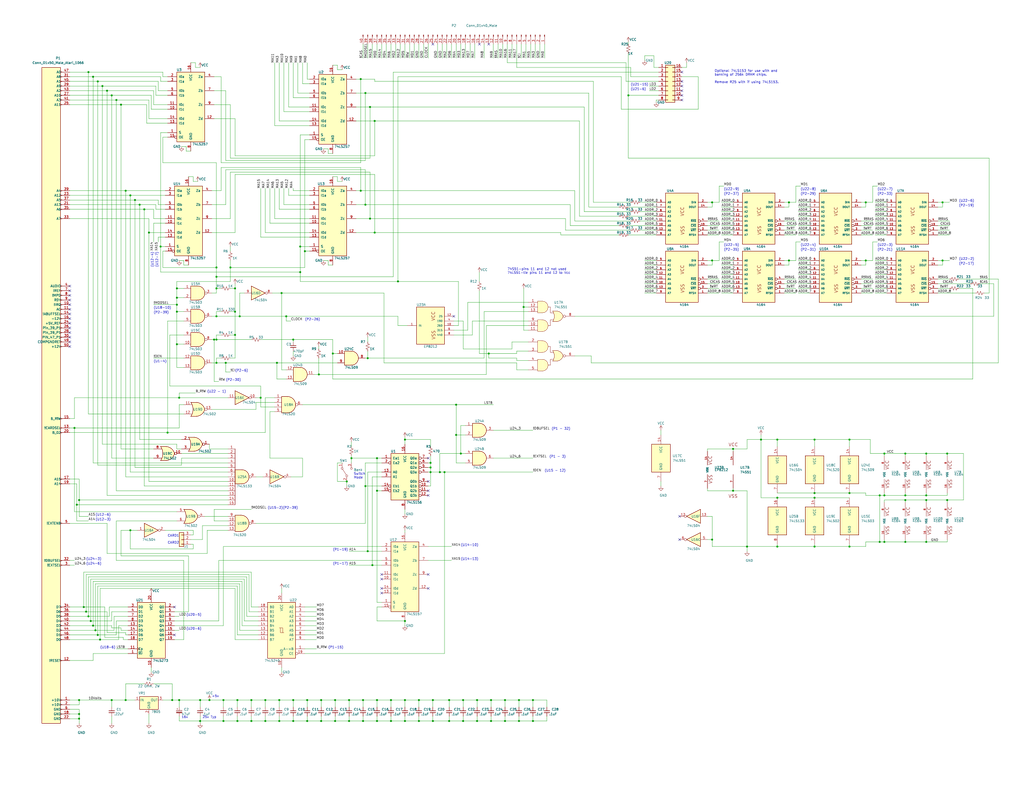
<source format=kicad_sch>
(kicad_sch (version 20230121) (generator eeschema)
  (paper "C")
  (title_block (title "1066") (date "2021-03-30") (rev "1.0") (company "Atari Museum"))
  (junction (at 205.74 267.97))
  (junction (at 424.18 240.03))
  (junction (at 182.88 382.27))
  (junction (at 118.11 185.42))
  (junction (at 245.11 393.7))
  (junction (at 129.54 393.7))
  (junction (at 267.97 382.27))
  (junction (at 96.52 166.37))
  (junction (at 472.44 110.49))
  (junction (at 516.89 273.05))
  (junction (at 275.59 382.27))
  (junction (at 285.75 167.64))
  (junction (at 201.93 58.42))
  (junction (at 128.27 170.18))
  (junction (at 220.98 240.03))
  (junction (at 190.5 382.27))
  (junction (at 494.03 247.65))
  (junction (at 494.03 295.91))
  (junction (at 444.5 298.45))
  (junction (at 482.6 295.91))
  (junction (at 116.84 185.42))
  (junction (at 114.3 382.27))
  (junction (at 494.03 273.05))
  (junction (at 153.67 160.02))
  (junction (at 45.72 331.47))
  (junction (at 204.47 127))
  (junction (at 109.22 382.27))
  (junction (at 415.29 240.03))
  (junction (at 123.19 198.12))
  (junction (at 160.02 393.7))
  (junction (at 234.95 252.73))
  (junction (at 48.26 39.37))
  (junction (at 96.52 157.48))
  (junction (at 505.46 273.05))
  (junction (at 43.18 392.43))
  (junction (at 205.74 393.7))
  (junction (at 494.03 270.51))
  (junction (at 118.11 172.72))
  (junction (at 199.39 50.8))
  (junction (at 199.39 111.76))
  (junction (at 87.63 134.62))
  (junction (at 118.11 157.48))
  (junction (at 71.12 289.56))
  (junction (at 68.58 104.14))
  (junction (at 199.39 265.43))
  (junction (at 53.34 346.71))
  (junction (at 472.44 142.24))
  (junction (at 388.62 294.64))
  (junction (at 166.37 137.16))
  (junction (at 400.05 267.97))
  (junction (at 430.53 110.49))
  (junction (at 290.83 382.27))
  (junction (at 252.73 382.27))
  (junction (at 424.18 298.45))
  (junction (at 50.8 41.91))
  (junction (at 388.62 142.24))
  (junction (at 234.95 257.81))
  (junction (at 128.27 157.48))
  (junction (at 236.22 382.27))
  (junction (at 388.62 110.49))
  (junction (at 144.78 382.27))
  (junction (at 144.78 393.7))
  (junction (at 228.6 393.7))
  (junction (at 505.46 270.51))
  (junction (at 240.03 257.81))
  (junction (at 43.18 273.05))
  (junction (at 109.22 393.7))
  (junction (at 73.66 109.22))
  (junction (at 167.64 393.7))
  (junction (at 173.99 204.47))
  (junction (at 43.18 389.89))
  (junction (at 128.27 182.88))
  (junction (at 96.52 162.56))
  (junction (at 118.11 151.13))
  (junction (at 54.61 349.25))
  (junction (at 201.93 119.38))
  (junction (at 160.02 382.27))
  (junction (at 66.04 57.15))
  (junction (at 505.46 247.65))
  (junction (at 430.53 142.24))
  (junction (at 175.26 382.27))
  (junction (at 290.83 393.7))
  (junction (at 43.18 382.27))
  (junction (at 236.22 393.7))
  (junction (at 163.83 148.59))
  (junction (at 78.74 114.3))
  (junction (at 444.5 240.03))
  (junction (at 96.52 187.96))
  (junction (at 205.74 382.27))
  (junction (at 156.21 172.72))
  (junction (at 142.24 217.17))
  (junction (at 228.6 382.27))
  (junction (at 41.91 275.59))
  (junction (at 505.46 295.91))
  (junction (at 163.83 134.62))
  (junction (at 200.66 300.99))
  (junction (at 71.12 106.68))
  (junction (at 76.2 111.76))
  (junction (at 97.79 382.27))
  (junction (at 152.4 382.27))
  (junction (at 407.67 298.45))
  (junction (at 266.7 193.04))
  (junction (at 245.11 382.27))
  (junction (at 121.92 382.27))
  (junction (at 220.98 382.27))
  (junction (at 129.54 382.27))
  (junction (at 463.55 298.45))
  (junction (at 118.11 146.05))
  (junction (at 137.16 382.27))
  (junction (at 514.35 110.49))
  (junction (at 130.81 172.72))
  (junction (at 91.44 236.22))
  (junction (at 267.97 393.7))
  (junction (at 400.05 245.11))
  (junction (at 463.55 269.24))
  (junction (at 480.06 270.51))
  (junction (at 260.35 393.7))
  (junction (at 48.26 336.55))
  (junction (at 181.61 193.04))
  (junction (at 167.64 382.27))
  (junction (at 63.5 54.61))
  (junction (at 480.06 295.91))
  (junction (at 424.18 271.78))
  (junction (at 275.59 393.7))
  (junction (at 137.16 393.7))
  (junction (at 160.02 185.42))
  (junction (at 234.95 255.27))
  (junction (at 196.85 104.14))
  (junction (at 52.07 344.17))
  (junction (at 81.28 127))
  (junction (at 198.12 382.27))
  (junction (at 40.64 233.68))
  (junction (at 200.66 195.58))
  (junction (at 220.98 393.7))
  (junction (at 58.42 49.53))
  (junction (at 97.79 217.17))
  (junction (at 283.21 382.27))
  (junction (at 60.96 52.07))
  (junction (at 283.21 393.7))
  (junction (at 49.53 339.09))
  (junction (at 93.98 382.27))
  (junction (at 213.36 382.27))
  (junction (at 248.92 237.49))
  (junction (at 248.92 220.98))
  (junction (at 191.77 250.19))
  (junction (at 482.6 270.51))
  (junction (at 204.47 66.04))
  (junction (at 182.88 393.7))
  (junction (at 242.57 257.81))
  (junction (at 125.73 146.05))
  (junction (at 151.13 198.12))
  (junction (at 190.5 393.7))
  (junction (at 189.23 262.89))
  (junction (at 203.2 308.61))
  (junction (at 252.73 393.7))
  (junction (at 260.35 382.27))
  (junction (at 516.89 247.65))
  (junction (at 217.17 153.67))
  (junction (at 175.26 393.7))
  (junction (at 96.52 170.18))
  (junction (at 121.92 393.7))
  (junction (at 60.96 382.27))
  (junction (at 55.88 46.99))
  (junction (at 251.46 247.65))
  (junction (at 50.8 341.63))
  (junction (at 444.5 269.24))
  (junction (at 118.11 198.12))
  (junction (at 444.5 271.78))
  (junction (at 198.12 393.7))
  (junction (at 196.85 43.18))
  (junction (at 514.35 142.24))
  (junction (at 482.6 247.65))
  (junction (at 220.98 339.09))
  (junction (at 463.55 240.03))
  (junction (at 342.9 52.07))
  (junction (at 213.36 393.7))
  (junction (at 68.58 382.27))
  (junction (at 53.34 44.45))
  (junction (at 152.4 393.7))
  (junction (at 46.99 334.01))
  (junction (at 205.74 250.19))
  (no_connect (at 208.28 323.85))
  (no_connect (at 38.1 163.83))
  (no_connect (at 38.1 189.23))
  (no_connect (at 38.1 158.75))
  (no_connect (at 247.65 172.72))
  (no_connect (at 38.1 168.91))
  (no_connect (at 372.11 44.45))
  (no_connect (at 38.1 161.29))
  (no_connect (at 233.68 313.69))
  (no_connect (at 95.25 346.71))
  (no_connect (at 38.1 181.61))
  (no_connect (at 372.11 46.99))
  (no_connect (at 370.84 281.94))
  (no_connect (at 236.22 24.13))
  (no_connect (at 372.11 39.37))
  (no_connect (at 261.62 24.13))
  (no_connect (at 38.1 176.53))
  (no_connect (at 233.68 250.19))
  (no_connect (at 38.1 173.99))
  (no_connect (at 208.28 321.31))
  (no_connect (at 372.11 49.53))
  (no_connect (at 38.1 184.15))
  (no_connect (at 233.68 267.97))
  (no_connect (at 266.7 24.13))
  (no_connect (at 372.11 54.61))
  (no_connect (at 370.84 294.64))
  (no_connect (at 38.1 179.07))
  (no_connect (at 208.28 316.23))
  (no_connect (at 95.25 331.47))
  (no_connect (at 38.1 156.21))
  (no_connect (at 233.68 270.51))
  (no_connect (at 233.68 262.89))
  (no_connect (at 208.28 313.69))
  (no_connect (at 38.1 171.45))
  (no_connect (at 372.11 52.07))
  (no_connect (at 38.1 186.69))
  (no_connect (at 38.1 166.37))
  (no_connect (at 233.68 321.31))
  (wire (pts (xy 281.94 196.85) (xy 281.94 195.58)))
  (wire (pts (xy 76.2 111.76) (xy 85.09 111.76)))
  (wire (pts (xy 152.4 382.27) (xy 160.02 382.27)))
  (wire (pts (xy 175.26 393.7) (xy 182.88 393.7)))
  (wire (pts (xy 511.81 125.73) (xy 518.16 125.73)))
  (wire (pts (xy 494.03 247.65) (xy 505.46 247.65)))
  (wire (pts (xy 88.9 39.37) (xy 88.9 41.91)))
  (wire (pts (xy 233.68 252.73) (xy 234.95 252.73)))
  (wire (pts (xy 386.08 120.65) (xy 392.43 120.65)))
  (wire (pts (xy 66.04 344.17) (xy 69.85 344.17)))
  (wire (pts (xy 478.79 132.08) (xy 476.25 132.08)))
  (wire (pts (xy 137.16 382.27) (xy 144.78 382.27)))
  (wire (pts (xy 279.4 186.69) (xy 279.4 190.5)))
  (wire (pts (xy 441.96 113.03) (xy 435.61 113.03)))
  (wire (pts (xy 275.59 382.27) (xy 283.21 382.27)))
  (wire (pts (xy 534.67 154.94) (xy 542.29 154.94)))
  (wire (pts (xy 179.07 81.28) (xy 179.07 83.82)))
  (wire (pts (xy 134.62 336.55) (xy 140.97 336.55)))
  (wire (pts (xy 97.79 217.17) (xy 40.64 217.17)))
  (wire (pts (xy 217.17 41.91) (xy 339.09 41.91)))
  (wire (pts (xy 168.91 76.2) (xy 166.37 76.2)))
  (wire (pts (xy 125.73 157.48) (xy 128.27 157.48)))
  (wire (pts (xy 210.82 31.75) (xy 210.82 24.13)))
  (wire (pts (xy 45.72 331.47) (xy 57.15 331.47)))
  (wire (pts (xy 220.98 382.27) (xy 220.98 386.08)))
  (wire (pts (xy 313.69 194.31) (xy 322.58 194.31)))
  (wire (pts (xy 151.13 198.12) (xy 184.15 198.12)))
  (wire (pts (xy 505.46 294.64) (xy 505.46 295.91)))
  (wire (pts (xy 213.36 24.13) (xy 213.36 31.75)))
  (wire (pts (xy 208.28 267.97) (xy 205.74 267.97)))
  (wire (pts (xy 48.26 284.48) (xy 41.91 284.48)))
  (wire (pts (xy 60.96 394.97) (xy 60.96 391.16)))
  (wire (pts (xy 57.15 347.98) (xy 67.31 347.98)))
  (wire (pts (xy 251.46 232.41) (xy 251.46 247.65)))
  (wire (pts (xy 205.74 250.19) (xy 208.28 250.19)))
  (wire (pts (xy 166.37 146.05) (xy 166.37 137.16)))
  (wire (pts (xy 427.99 113.03) (xy 430.53 113.03)))
  (wire (pts (xy 54.61 321.31) (xy 128.27 321.31)))
  (wire (pts (xy 215.9 31.75) (xy 215.9 24.13)))
  (wire (pts (xy 248.92 220.98) (xy 269.24 220.98)))
  (wire (pts (xy 80.01 57.15) (xy 80.01 67.31)))
  (wire (pts (xy 469.9 120.65) (xy 476.25 120.65)))
  (wire (pts (xy 400.05 154.94) (xy 393.7 154.94)))
  (wire (pts (xy 96.52 153.67) (xy 125.73 153.67)))
  (wire (pts (xy 52.07 318.77) (xy 130.81 318.77)))
  (wire (pts (xy 168.91 45.72) (xy 165.1 45.72)))
  (wire (pts (xy 469.9 144.78) (xy 472.44 144.78)))
  (wire (pts (xy 311.15 123.19) (xy 311.15 111.76)))
  (wire (pts (xy 125.73 134.62) (xy 125.73 137.16)))
  (wire (pts (xy 483.87 149.86) (xy 477.52 149.86)))
  (wire (pts (xy 144.78 382.27) (xy 144.78 386.08)))
  (wire (pts (xy 279.4 31.75) (xy 279.4 24.13)))
  (wire (pts (xy 358.14 147.32) (xy 351.79 147.32)))
  (wire (pts (xy 434.34 110.49) (xy 434.34 101.6)))
  (wire (pts (xy 82.55 367.03) (xy 82.55 364.49)))
  (wire (pts (xy 78.74 373.38) (xy 68.58 373.38)))
  (wire (pts (xy 199.39 285.75) (xy 139.7 285.75)))
  (wire (pts (xy 483.87 110.49) (xy 477.52 110.49)))
  (wire (pts (xy 480.06 270.51) (xy 480.06 295.91)))
  (wire (pts (xy 400.05 245.11) (xy 407.67 245.11)))
  (wire (pts (xy 505.46 247.65) (xy 516.89 247.65)))
  (wire (pts (xy 248.92 220.98) (xy 165.1 220.98)))
  (wire (pts (xy 87.63 72.39) (xy 91.44 72.39)))
  (wire (pts (xy 469.9 157.48) (xy 476.25 157.48)))
  (wire (pts (xy 115.57 223.52) (xy 139.7 223.52)))
  (wire (pts (xy 200.66 300.99) (xy 190.5 300.99)))
  (wire (pts (xy 231.14 31.75) (xy 231.14 24.13)))
  (wire (pts (xy 95.25 344.17) (xy 97.79 344.17)))
  (wire (pts (xy 67.31 349.25) (xy 69.85 349.25)))
  (wire (pts (xy 78.74 265.43) (xy 78.74 114.3)))
  (wire (pts (xy 96.52 187.96) (xy 96.52 170.18)))
  (wire (pts (xy 415.29 271.78) (xy 415.29 240.03)))
  (wire (pts (xy 130.81 344.17) (xy 140.97 344.17)))
  (wire (pts (xy 196.85 88.9) (xy 120.65 88.9)))
  (wire (pts (xy 246.38 298.45) (xy 233.68 298.45)))
  (wire (pts (xy 100.33 349.25) (xy 100.33 306.07)))
  (wire (pts (xy 247.65 175.26) (xy 252.73 175.26)))
  (wire (pts (xy 472.44 142.24) (xy 476.25 142.24)))
  (wire (pts (xy 234.95 265.43) (xy 234.95 257.81)))
  (wire (pts (xy 54.61 349.25) (xy 64.77 349.25)))
  (wire (pts (xy 294.64 24.13) (xy 294.64 31.75)))
  (wire (pts (xy 482.6 248.92) (xy 482.6 247.65)))
  (wire (pts (xy 93.98 373.38) (xy 93.98 382.27)))
  (wire (pts (xy 281.94 24.13) (xy 281.94 36.83)))
  (wire (pts (xy 441.96 110.49) (xy 435.61 110.49)))
  (wire (pts (xy 516.89 269.24) (xy 516.89 270.51)))
  (wire (pts (xy 66.04 289.56) (xy 66.04 303.53)))
  (wire (pts (xy 514.35 113.03) (xy 514.35 110.49)))
  (wire (pts (xy 242.57 257.81) (xy 240.03 257.81)))
  (wire (pts (xy 386.08 142.24) (xy 388.62 142.24)))
  (wire (pts (xy 58.42 302.26) (xy 113.03 302.26)))
  (wire (pts (xy 129.54 382.27) (xy 137.16 382.27)))
  (wire (pts (xy 66.04 57.15) (xy 66.04 245.11)))
  (wire (pts (xy 424.18 271.78) (xy 415.29 271.78)))
  (wire (pts (xy 463.55 298.45) (xy 472.44 298.45)))
  (wire (pts (xy 166.37 354.33) (xy 172.72 354.33)))
  (wire (pts (xy 173.99 189.23) (xy 173.99 190.5)))
  (wire (pts (xy 483.87 157.48) (xy 477.52 157.48)))
  (wire (pts (xy 252.73 393.7) (xy 252.73 391.16)))
  (wire (pts (xy 374.65 36.83) (xy 374.65 34.29)))
  (wire (pts (xy 118.11 88.9) (xy 88.9 88.9)))
  (wire (pts (xy 472.44 113.03) (xy 472.44 110.49)))
  (wire (pts (xy 43.18 392.43) (xy 38.1 392.43)))
  (wire (pts (xy 66.04 57.15) (xy 80.01 57.15)))
  (wire (pts (xy 248.92 31.75) (xy 248.92 24.13)))
  (wire (pts (xy 288.29 177.8) (xy 265.43 177.8)))
  (wire (pts (xy 81.28 54.61) (xy 81.28 64.77)))
  (wire (pts (xy 267.97 393.7) (xy 275.59 393.7)))
  (wire (pts (xy 284.48 24.13) (xy 284.48 31.75)))
  (wire (pts (xy 341.63 44.45) (xy 359.41 44.45)))
  (wire (pts (xy 125.73 119.38) (xy 125.73 93.98)))
  (wire (pts (xy 525.78 247.65) (xy 525.78 273.05)))
  (wire (pts (xy 60.96 342.9) (xy 66.04 342.9)))
  (wire (pts (xy 97.79 214.63) (xy 106.68 214.63)))
  (wire (pts (xy 400.05 267.97) (xy 407.67 267.97)))
  (wire (pts (xy 38.1 346.71) (xy 53.34 346.71)))
  (wire (pts (xy 50.8 341.63) (xy 60.96 341.63)))
  (wire (pts (xy 427.99 144.78) (xy 430.53 144.78)))
  (wire (pts (xy 115.57 104.14) (xy 120.65 104.14)))
  (wire (pts (xy 463.55 298.45) (xy 463.55 297.18)))
  (wire (pts (xy 474.98 247.65) (xy 474.98 240.03)))
  (wire (pts (xy 71.12 257.81) (xy 124.46 257.81)))
  (wire (pts (xy 254 237.49) (xy 248.92 237.49)))
  (wire (pts (xy 118.11 157.48) (xy 118.11 160.02)))
  (wire (pts (xy 386.08 246.38) (xy 386.08 245.11)))
  (wire (pts (xy 201.93 86.36) (xy 125.73 86.36)))
  (wire (pts (xy 104.14 34.29) (xy 106.68 34.29)))
  (wire (pts (xy 360.68 262.89) (xy 360.68 265.43)))
  (wire (pts (xy 264.16 170.18) (xy 264.16 195.58)))
  (wire (pts (xy 128.27 95.25) (xy 204.47 95.25)))
  (wire (pts (xy 168.91 68.58) (xy 149.86 68.58)))
  (wire (pts (xy 38.1 52.07) (xy 60.96 52.07)))
  (wire (pts (xy 166.37 346.71) (xy 172.72 346.71)))
  (wire (pts (xy 505.46 269.24) (xy 505.46 270.51)))
  (wire (pts (xy 424.18 269.24) (xy 444.5 269.24)))
  (wire (pts (xy 153.67 323.85) (xy 153.67 321.31)))
  (wire (pts (xy 168.91 121.92) (xy 147.32 121.92)))
  (wire (pts (xy 290.83 382.27) (xy 290.83 386.08)))
  (wire (pts (xy 342.9 52.07) (xy 342.9 29.21)))
  (wire (pts (xy 482.6 270.51) (xy 480.06 270.51)))
  (wire (pts (xy 344.17 115.57) (xy 318.77 115.57)))
  (wire (pts (xy 323.85 44.45) (xy 204.47 44.45)))
  (wire (pts (xy 245.11 391.16) (xy 245.11 393.7)))
  (wire (pts (xy 128.27 182.88) (xy 125.73 182.88)))
  (wire (pts (xy 128.27 85.09) (xy 204.47 85.09)))
  (wire (pts (xy 199.39 265.43) (xy 199.39 285.75)))
  (wire (pts (xy 482.6 247.65) (xy 474.98 247.65)))
  (wire (pts (xy 168.91 53.34) (xy 160.02 53.34)))
  (wire (pts (xy 50.8 360.68) (xy 38.1 360.68)))
  (wire (pts (xy 400.05 123.19) (xy 393.7 123.19)))
  (wire (pts (xy 149.86 119.38) (xy 149.86 102.87)))
  (wire (pts (xy 128.27 170.18) (xy 128.27 182.88)))
  (wire (pts (xy 88.9 146.05) (xy 118.11 146.05)))
  (wire (pts (xy 88.9 137.16) (xy 88.9 146.05)))
  (wire (pts (xy 276.86 24.13) (xy 276.86 34.29)))
  (wire (pts (xy 97.79 386.08) (xy 97.79 382.27)))
  (wire (pts (xy 228.6 24.13) (xy 228.6 31.75)))
  (wire (pts (xy 87.63 134.62) (xy 87.63 72.39)))
  (wire (pts (xy 55.88 46.99) (xy 85.09 46.99)))
  (wire (pts (xy 196.85 104.14) (xy 313.69 104.14)))
  (wire (pts (xy 415.29 240.03) (xy 424.18 240.03)))
  (wire (pts (xy 285.75 167.64) (xy 285.75 180.34)))
  (wire (pts (xy 351.79 30.48) (xy 351.79 33.02)))
  (wire (pts (xy 115.57 185.42) (xy 116.84 185.42)))
  (wire (pts (xy 220.98 391.16) (xy 220.98 393.7)))
  (wire (pts (xy 321.31 113.03) (xy 321.31 50.8)))
  (wire (pts (xy 359.41 52.07) (xy 342.9 52.07)))
  (wire (pts (xy 349.25 120.65) (xy 358.14 120.65)))
  (wire (pts (xy 38.1 233.68) (xy 40.64 233.68)))
  (wire (pts (xy 203.2 308.61) (xy 190.5 308.61)))
  (wire (pts (xy 71.12 257.81) (xy 71.12 106.68)))
  (wire (pts (xy 38.1 106.68) (xy 71.12 106.68)))
  (wire (pts (xy 66.04 289.56) (xy 71.12 289.56)))
  (wire (pts (xy 133.35 339.09) (xy 140.97 339.09)))
  (wire (pts (xy 90.17 127) (xy 81.28 127)))
  (wire (pts (xy 238.76 31.75) (xy 238.76 24.13)))
  (wire (pts (xy 205.74 339.09) (xy 220.98 339.09)))
  (wire (pts (xy 316.23 66.04) (xy 204.47 66.04)))
  (wire (pts (xy 339.09 59.69) (xy 381 59.69)))
  (wire (pts (xy 109.22 393.7) (xy 121.92 393.7)))
  (wire (pts (xy 441.96 123.19) (xy 435.61 123.19)))
  (wire (pts (xy 152.4 66.04) (xy 152.4 34.29)))
  (wire (pts (xy 483.87 123.19) (xy 477.52 123.19)))
  (wire (pts (xy 130.81 172.72) (xy 156.21 172.72)))
  (wire (pts (xy 248.92 252.73) (xy 254 252.73)))
  (wire (pts (xy 43.18 394.97) (xy 43.18 392.43)))
  (wire (pts (xy 427.99 142.24) (xy 430.53 142.24)))
  (wire (pts (xy 427.99 110.49) (xy 430.53 110.49)))
  (wire (pts (xy 256.54 31.75) (xy 256.54 24.13)))
  (wire (pts (xy 400.05 115.57) (xy 393.7 115.57)))
  (wire (pts (xy 482.6 270.51) (xy 482.6 269.24)))
  (wire (pts (xy 400.05 157.48) (xy 393.7 157.48)))
  (wire (pts (xy 116.84 208.28) (xy 119.38 208.28)))
  (wire (pts (xy 261.62 193.04) (xy 261.62 158.75)))
  (wire (pts (xy 190.5 382.27) (xy 190.5 386.08)))
  (wire (pts (xy 144.78 236.22) (xy 91.44 236.22)))
  (wire (pts (xy 444.5 271.78) (xy 424.18 271.78)))
  (wire (pts (xy 102.87 144.78) (xy 100.33 144.78)))
  (wire (pts (xy 114.3 242.57) (xy 114.3 245.11)))
  (wire (pts (xy 173.99 195.58) (xy 173.99 204.47)))
  (wire (pts (xy 542.29 172.72) (xy 313.69 172.72)))
  (wire (pts (xy 80.01 67.31) (xy 91.44 67.31)))
  (wire (pts (xy 160.02 185.42) (xy 142.24 185.42)))
  (wire (pts (xy 342.9 52.07) (xy 342.9 86.36)))
  (wire (pts (xy 45.72 312.42) (xy 137.16 312.42)))
  (wire (pts (xy 168.91 73.66) (xy 163.83 73.66)))
  (wire (pts (xy 55.88 46.99) (xy 55.88 242.57)))
  (wire (pts (xy 144.78 127) (xy 144.78 102.87)))
  (wire (pts (xy 68.58 382.27) (xy 73.66 382.27)))
  (wire (pts (xy 252.73 393.7) (xy 260.35 393.7)))
  (wire (pts (xy 184.15 262.89) (xy 189.23 262.89)))
  (wire (pts (xy 62.23 336.55) (xy 69.85 336.55)))
  (wire (pts (xy 505.46 273.05) (xy 516.89 273.05)))
  (wire (pts (xy 120.65 41.91) (xy 116.84 41.91)))
  (wire (pts (xy 130.81 172.72) (xy 118.11 172.72)))
  (wire (pts (xy 43.18 261.62) (xy 43.18 273.05)))
  (wire (pts (xy 118.11 151.13) (xy 214.63 151.13)))
  (wire (pts (xy 240.03 247.65) (xy 240.03 257.81)))
  (wire (pts (xy 199.39 92.71) (xy 199.39 111.76)))
  (wire (pts (xy 407.67 245.11) (xy 407.67 240.03)))
  (wire (pts (xy 407.67 240.03) (xy 415.29 240.03)))
  (wire (pts (xy 308.61 119.38) (xy 201.93 119.38)))
  (wire (pts (xy 109.22 386.08) (xy 109.22 382.27)))
  (wire (pts (xy 344.17 120.65) (xy 313.69 120.65)))
  (wire (pts (xy 90.17 119.38) (xy 83.82 119.38)))
  (wire (pts (xy 313.69 104.14) (xy 313.69 120.65)))
  (wire (pts (xy 91.44 175.26) (xy 91.44 236.22)))
  (wire (pts (xy 118.11 157.48) (xy 118.11 151.13)))
  (wire (pts (xy 469.9 113.03) (xy 472.44 113.03)))
  (wire (pts (xy 63.5 284.48) (xy 96.52 284.48)))
  (wire (pts (xy 511.81 152.4) (xy 518.16 152.4)))
  (wire (pts (xy 85.09 46.99) (xy 85.09 52.07)))
  (wire (pts (xy 81.28 262.89) (xy 124.46 262.89)))
  (wire (pts (xy 139.7 219.71) (xy 149.86 219.71)))
  (wire (pts (xy 441.96 152.4) (xy 435.61 152.4)))
  (wire (pts (xy 53.34 44.45) (xy 86.36 44.45)))
  (wire (pts (xy 129.54 393.7) (xy 137.16 393.7)))
  (wire (pts (xy 147.32 250.19) (xy 165.1 250.19)))
  (wire (pts (xy 349.25 115.57) (xy 358.14 115.57)))
  (wire (pts (xy 220.98 31.75) (xy 220.98 24.13)))
  (wire (pts (xy 149.86 217.17) (xy 144.78 217.17)))
  (wire (pts (xy 511.81 154.94) (xy 529.59 154.94)))
  (wire (pts (xy 120.65 157.48) (xy 118.11 157.48)))
  (wire (pts (xy 95.25 334.01) (xy 102.87 334.01)))
  (wire (pts (xy 252.73 190.5) (xy 279.4 190.5)))
  (wire (pts (xy 469.9 125.73) (xy 476.25 125.73)))
  (wire (pts (xy 476.25 101.6) (xy 478.79 101.6)))
  (wire (pts (xy 407.67 267.97) (xy 407.67 298.45)))
  (wire (pts (xy 184.15 99.06) (xy 186.69 99.06)))
  (wire (pts (xy 116.84 185.42) (xy 118.11 185.42)))
  (wire (pts (xy 71.12 289.56) (xy 74.93 289.56)))
  (wire (pts (xy 168.91 127) (xy 144.78 127)))
  (wire (pts (xy 246.38 24.13) (xy 246.38 31.75)))
  (wire (pts (xy 123.19 87.63) (xy 199.39 87.63)))
  (wire (pts (xy 288.29 191.77) (xy 281.94 191.77)))
  (wire (pts (xy 118.11 182.88) (xy 120.65 182.88)))
  (wire (pts (xy 83.82 195.58) (xy 100.33 195.58)))
  (wire (pts (xy 400.05 120.65) (xy 393.7 120.65)))
  (wire (pts (xy 344.17 110.49) (xy 323.85 110.49)))
  (wire (pts (xy 511.81 142.24) (xy 514.35 142.24)))
  (wire (pts (xy 83.82 245.11) (xy 66.04 245.11)))
  (wire (pts (xy 38.1 344.17) (xy 52.07 344.17)))
  (wire (pts (xy 166.37 341.63) (xy 172.72 341.63)))
  (wire (pts (xy 184.15 35.56) (xy 184.15 38.1)))
  (wire (pts (xy 194.31 111.76) (xy 199.39 111.76)))
  (wire (pts (xy 208.28 265.43) (xy 199.39 265.43)))
  (wire (pts (xy 144.78 217.17) (xy 144.78 236.22)))
  (wire (pts (xy 163.83 134.62) (xy 163.83 148.59)))
  (wire (pts (xy 283.21 386.08) (xy 283.21 382.27)))
  (wire (pts (xy 386.08 157.48) (xy 392.43 157.48)))
  (wire (pts (xy 242.57 257.81) (xy 242.57 356.87)))
  (wire (pts (xy 100.33 306.07) (xy 63.5 306.07)))
  (wire (pts (xy 441.96 154.94) (xy 435.61 154.94)))
  (wire (pts (xy 264.16 31.75) (xy 264.16 24.13)))
  (wire (pts (xy 99.06 247.65) (xy 124.46 247.65)))
  (wire (pts (xy 57.15 331.47) (xy 57.15 347.98)))
  (wire (pts (xy 63.5 284.48) (xy 63.5 306.07)))
  (wire (pts (xy 152.4 391.16) (xy 152.4 393.7)))
  (wire (pts (xy 110.49 294.64) (xy 104.14 294.64)))
  (wire (pts (xy 167.64 386.08) (xy 167.64 382.27)))
  (wire (pts (xy 73.66 109.22) (xy 86.36 109.22)))
  (wire (pts (xy 160.02 382.27) (xy 167.64 382.27)))
  (wire (pts (xy 511.81 144.78) (xy 514.35 144.78)))
  (wire (pts (xy 482.6 295.91) (xy 482.6 294.64)))
  (wire (pts (xy 285.75 167.64) (xy 288.29 167.64)))
  (wire (pts (xy 205.74 331.47) (xy 205.74 339.09)))
  (wire (pts (xy 288.29 175.26) (xy 257.81 175.26)))
  (wire (pts (xy 124.46 250.19) (xy 99.06 250.19)))
  (wire (pts (xy 168.91 60.96) (xy 154.94 60.96)))
  (wire (pts (xy 444.5 269.24) (xy 463.55 269.24)))
  (wire (pts (xy 289.56 24.13) (xy 289.56 31.75)))
  (wire (pts (xy 259.08 24.13) (xy 259.08 31.75)))
  (wire (pts (xy 337.82 118.11) (xy 316.23 118.11)))
  (wire (pts (xy 100.33 226.06) (xy 48.26 226.06)))
  (wire (pts (xy 201.93 58.42) (xy 201.93 86.36)))
  (wire (pts (xy 281.94 201.93) (xy 288.29 201.93)))
  (wire (pts (xy 194.31 119.38) (xy 201.93 119.38)))
  (wire (pts (xy 339.09 41.91) (xy 339.09 59.69)))
  (wire (pts (xy 40.64 279.4) (xy 96.52 279.4)))
  (wire (pts (xy 99.06 240.03) (xy 76.2 240.03)))
  (wire (pts (xy 152.4 386.08) (xy 152.4 382.27)))
  (wire (pts (xy 118.11 172.72) (xy 118.11 170.18)))
  (wire (pts (xy 392.43 101.6) (xy 394.97 101.6)))
  (wire (pts (xy 96.52 170.18) (xy 96.52 166.37)))
  (wire (pts (xy 208.28 260.35) (xy 203.2 260.35)))
  (wire (pts (xy 66.04 342.9) (xy 66.04 344.17)))
  (wire (pts (xy 38.1 261.62) (xy 43.18 261.62)))
  (wire (pts (xy 38.1 306.07) (xy 40.64 306.07)))
  (wire (pts (xy 516.89 270.51) (xy 505.46 270.51)))
  (wire (pts (xy 60.96 341.63) (xy 60.96 342.9)))
  (wire (pts (xy 248.92 237.49) (xy 248.92 252.73)))
  (wire (pts (xy 116.84 49.53) (xy 123.19 49.53)))
  (wire (pts (xy 205.74 382.27) (xy 213.36 382.27)))
  (wire (pts (xy 68.58 260.35) (xy 124.46 260.35)))
  (wire (pts (xy 182.88 393.7) (xy 190.5 393.7)))
  (wire (pts (xy 121.92 382.27) (xy 129.54 382.27)))
  (wire (pts (xy 137.16 312.42) (xy 137.16 331.47)))
  (wire (pts (xy 58.42 49.53) (xy 83.82 49.53)))
  (wire (pts (xy 68.58 260.35) (xy 68.58 104.14)))
  (wire (pts (xy 43.18 384.81) (xy 43.18 382.27)))
  (wire (pts (xy 359.41 49.53) (xy 354.33 49.53)))
  (wire (pts (xy 205.74 31.75) (xy 205.74 24.13)))
  (wire (pts (xy 388.62 142.24) (xy 392.43 142.24)))
  (wire (pts (xy 60.96 334.01) (xy 69.85 334.01)))
  (wire (pts (xy 463.55 240.03) (xy 444.5 240.03)))
  (wire (pts (xy 214.63 39.37) (xy 214.63 151.13)))
  (wire (pts (xy 175.26 382.27) (xy 182.88 382.27)))
  (wire (pts (xy 480.06 295.91) (xy 482.6 295.91)))
  (wire (pts (xy 38.1 331.47) (xy 45.72 331.47)))
  (wire (pts (xy 63.5 346.71) (xy 63.5 339.09)))
  (wire (pts (xy 106.68 36.83) (xy 109.22 36.83)))
  (wire (pts (xy 298.45 382.27) (xy 298.45 386.08)))
  (wire (pts (xy 388.62 110.49) (xy 392.43 110.49)))
  (wire (pts (xy 128.27 349.25) (xy 140.97 349.25)))
  (wire (pts (xy 128.27 64.77) (xy 128.27 85.09)))
  (wire (pts (xy 96.52 166.37) (xy 96.52 162.56)))
  (wire (pts (xy 358.14 149.86) (xy 351.79 149.86)))
  (wire (pts (xy 43.18 273.05) (xy 124.46 273.05)))
  (wire (pts (xy 220.98 240.03) (xy 220.98 238.76)))
  (wire (pts (xy 121.92 298.45) (xy 208.28 298.45)))
  (wire (pts (xy 125.73 86.36) (xy 125.73 57.15)))
  (wire (pts (xy 109.22 394.97) (xy 109.22 393.7)))
  (wire (pts (xy 400.05 142.24) (xy 393.7 142.24)))
  (wire (pts (xy 539.75 160.02) (xy 537.21 160.02)))
  (wire (pts (xy 38.1 41.91) (xy 50.8 41.91)))
  (wire (pts (xy 87.63 41.91) (xy 87.63 44.45)))
  (wire (pts (xy 116.84 185.42) (xy 116.84 208.28)))
  (wire (pts (xy 125.73 57.15) (xy 116.84 57.15)))
  (wire (pts (xy 400.05 118.11) (xy 393.7 118.11)))
  (wire (pts (xy 392.43 110.49) (xy 392.43 101.6)))
  (wire (pts (xy 121.92 386.08) (xy 121.92 382.27)))
  (wire (pts (xy 386.08 152.4) (xy 392.43 152.4)))
  (wire (pts (xy 60.96 382.27) (xy 68.58 382.27)))
  (wire (pts (xy 208.28 300.99) (xy 200.66 300.99)))
  (wire (pts (xy 105.41 289.56) (xy 90.17 289.56)))
  (wire (pts (xy 381 59.69) (xy 381 41.91)))
  (wire (pts (xy 407.67 298.45) (xy 424.18 298.45)))
  (wire (pts (xy 63.5 339.09) (xy 69.85 339.09)))
  (wire (pts (xy 200.66 257.81) (xy 200.66 300.99)))
  (wire (pts (xy 194.31 127) (xy 204.47 127)))
  (wire (pts (xy 236.22 382.27) (xy 236.22 386.08)))
  (wire (pts (xy 123.19 198.12) (xy 118.11 198.12)))
  (wire (pts (xy 63.5 54.61) (xy 63.5 267.97)))
  (wire (pts (xy 424.18 240.03) (xy 424.18 243.84)))
  (wire (pts (xy 386.08 154.94) (xy 392.43 154.94)))
  (wire (pts (xy 359.41 36.83) (xy 356.87 36.83)))
  (wire (pts (xy 50.8 317.5) (xy 132.08 317.5)))
  (wire (pts (xy 96.52 166.37) (xy 83.82 166.37)))
  (wire (pts (xy 251.46 247.65) (xy 254 247.65)))
  (wire (pts (xy 441.96 128.27) (xy 435.61 128.27)))
  (wire (pts (xy 156.21 207.01) (xy 151.13 207.01)))
  (wire (pts (xy 181.61 207.01) (xy 530.86 207.01)))
  (wire (pts (xy 118.11 185.42) (xy 118.11 182.88)))
  (wire (pts (xy 43.18 273.05) (xy 43.18 281.94)))
  (wire (pts (xy 400.05 149.86) (xy 393.7 149.86)))
  (wire (pts (xy 441.96 142.24) (xy 435.61 142.24)))
  (wire (pts (xy 96.52 157.48) (xy 96.52 153.67)))
  (wire (pts (xy 245.11 386.08) (xy 245.11 382.27)))
  (wire (pts (xy 58.42 270.51) (xy 58.42 49.53)))
  (wire (pts (xy 441.96 160.02) (xy 435.61 160.02)))
  (wire (pts (xy 427.99 152.4) (xy 434.34 152.4)))
  (wire (pts (xy 83.82 121.92) (xy 83.82 132.08)))
  (wire (pts (xy 50.8 41.91) (xy 87.63 41.91)))
  (wire (pts (xy 49.53 339.09) (xy 60.96 339.09)))
  (wire (pts (xy 511.81 128.27) (xy 518.16 128.27)))
  (wire (pts (xy 482.6 295.91) (xy 494.03 295.91)))
  (wire (pts (xy 407.67 300.99) (xy 407.67 298.45)))
  (wire (pts (xy 93.98 382.27) (xy 88.9 382.27)))
  (wire (pts (xy 472.44 295.91) (xy 480.06 295.91)))
  (wire (pts (xy 156.21 172.72) (xy 217.17 172.72)))
  (wire (pts (xy 96.52 187.96) (xy 100.33 187.96)))
  (wire (pts (xy 386.08 123.19) (xy 392.43 123.19)))
  (wire (pts (xy 248.92 237.49) (xy 248.92 220.98)))
  (wire (pts (xy 349.25 125.73) (xy 358.14 125.73)))
  (wire (pts (xy 494.03 248.92) (xy 494.03 247.65)))
  (wire (pts (xy 483.87 118.11) (xy 477.52 118.11)))
  (wire (pts (xy 260.35 386.08) (xy 260.35 382.27)))
  (wire (pts (xy 204.47 43.18) (xy 196.85 43.18)))
  (wire (pts (xy 58.42 334.01) (xy 58.42 345.44)))
  (wire (pts (xy 220.98 393.7) (xy 228.6 393.7)))
  (wire (pts (xy 205.74 393.7) (xy 213.36 393.7)))
  (wire (pts (xy 40.64 228.6) (xy 38.1 228.6)))
  (wire (pts (xy 50.8 252.73) (xy 50.8 41.91)))
  (wire (pts (xy 83.82 57.15) (xy 91.44 57.15)))
  (wire (pts (xy 254 232.41) (xy 251.46 232.41)))
  (wire (pts (xy 494.03 274.32) (xy 494.03 273.05)))
  (wire (pts (xy 38.1 44.45) (xy 53.34 44.45)))
  (wire (pts (xy 41.91 275.59) (xy 124.46 275.59)))
  (wire (pts (xy 427.99 125.73) (xy 434.34 125.73)))
  (wire (pts (xy 128.27 321.31) (xy 128.27 349.25)))
  (wire (pts (xy 358.14 157.48) (xy 351.79 157.48)))
  (wire (pts (xy 102.87 96.52) (xy 105.41 96.52)))
  (wire (pts (xy 114.3 245.11) (xy 124.46 245.11)))
  (wire (pts (xy 400.05 266.7) (xy 400.05 267.97)))
  (wire (pts (xy 245.11 382.27) (xy 252.73 382.27)))
  (wire (pts (xy 95.25 339.09) (xy 119.38 339.09)))
  (wire (pts (xy 81.28 262.89) (xy 81.28 127)))
  (wire (pts (xy 181.61 96.52) (xy 184.15 96.52)))
  (wire (pts (xy 469.9 160.02) (xy 476.25 160.02)))
  (wire (pts (xy 91.44 236.22) (xy 38.1 236.22)))
  (wire (pts (xy 228.6 382.27) (xy 236.22 382.27)))
  (wire (pts (xy 38.1 264.16) (xy 41.91 264.16)))
  (wire (pts (xy 100.33 175.26) (xy 91.44 175.26)))
  (wire (pts (xy 233.68 24.13) (xy 233.68 31.75)))
  (wire (pts (xy 386.08 294.64) (xy 388.62 294.64)))
  (wire (pts (xy 392.43 142.24) (xy 392.43 132.08)))
  (wire (pts (xy 38.1 49.53) (xy 58.42 49.53)))
  (wire (pts (xy 525.78 273.05) (xy 516.89 273.05)))
  (wire (pts (xy 53.34 320.04) (xy 53.34 346.71)))
  (wire (pts (xy 494.03 269.24) (xy 494.03 270.51)))
  (wire (pts (xy 424.18 297.18) (xy 424.18 298.45)))
  (wire (pts (xy 427.99 120.65) (xy 434.34 120.65)))
  (wire (pts (xy 358.14 144.78) (xy 351.79 144.78)))
  (wire (pts (xy 511.81 123.19) (xy 518.16 123.19)))
  (wire (pts (xy 125.73 93.98) (xy 201.93 93.98)))
  (wire (pts (xy 234.95 252.73) (xy 234.95 248.92)))
  (wire (pts (xy 196.85 91.44) (xy 196.85 104.14)))
  (wire (pts (xy 285.75 157.48) (xy 285.75 167.64)))
  (wire (pts (xy 476.25 132.08) (xy 476.25 142.24)))
  (wire (pts (xy 133.35 160.02) (xy 130.81 160.02)))
  (wire (pts (xy 228.6 393.7) (xy 236.22 393.7)))
  (wire (pts (xy 152.4 114.3) (xy 168.91 114.3)))
  (wire (pts (xy 82.55 52.07) (xy 82.55 59.69)))
  (wire (pts (xy 166.37 336.55) (xy 172.72 336.55)))
  (wire (pts (xy 165.1 260.35) (xy 158.75 260.35)))
  (wire (pts (xy 38.1 341.63) (xy 50.8 341.63)))
  (wire (pts (xy 474.98 240.03) (xy 463.55 240.03)))
  (wire (pts (xy 85.09 52.07) (xy 91.44 52.07)))
  (wire (pts (xy 220.98 240.03) (xy 234.95 240.03)))
  (wire (pts (xy 194.31 43.18) (xy 196.85 43.18)))
  (wire (pts (xy 271.78 31.75) (xy 271.78 24.13)))
  (wire (pts (xy 181.61 144.78) (xy 179.07 144.78)))
  (wire (pts (xy 182.88 382.27) (xy 190.5 382.27)))
  (wire (pts (xy 400.05 113.03) (xy 393.7 113.03)))
  (wire (pts (xy 400.05 246.38) (xy 400.05 245.11)))
  (wire (pts (xy 86.36 44.45) (xy 86.36 49.53)))
  (wire (pts (xy 123.19 49.53) (xy 123.19 87.63)))
  (wire (pts (xy 184.15 38.1) (xy 186.69 38.1)))
  (wire (pts (xy 441.96 118.11) (xy 435.61 118.11)))
  (wire (pts (xy 82.55 59.69) (xy 91.44 59.69)))
  (wire (pts (xy 482.6 273.05) (xy 494.03 273.05)))
  (wire (pts (xy 168.91 43.18) (xy 167.64 43.18)))
  (wire (pts (xy 483.87 144.78) (xy 477.52 144.78)))
  (wire (pts (xy 511.81 157.48) (xy 518.16 157.48)))
  (wire (pts (xy 105.41 297.18) (xy 105.41 299.72)))
  (wire (pts (xy 337.82 123.19) (xy 311.15 123.19)))
  (wire (pts (xy 386.08 113.03) (xy 388.62 113.03)))
  (wire (pts (xy 124.46 270.51) (xy 58.42 270.51)))
  (wire (pts (xy 104.14 292.1) (xy 105.41 292.1)))
  (wire (pts (xy 38.1 54.61) (xy 63.5 54.61)))
  (wire (pts (xy 109.22 393.7) (xy 109.22 391.16)))
  (wire (pts (xy 88.9 88.9) (xy 88.9 74.93)))
  (wire (pts (xy 318.77 58.42) (xy 201.93 58.42)))
  (wire (pts (xy 43.18 389.89) (xy 43.18 392.43)))
  (wire (pts (xy 148.59 160.02) (xy 153.67 160.02)))
  (wire (pts (xy 83.82 49.53) (xy 83.82 57.15)))
  (wire (pts (xy 267.97 382.27) (xy 267.97 386.08)))
  (wire (pts (xy 87.63 134.62) (xy 87.63 148.59)))
  (wire (pts (xy 147.32 224.79) (xy 147.32 250.19)))
  (wire (pts (xy 287.02 31.75) (xy 287.02 24.13)))
  (wire (pts (xy 444.5 240.03) (xy 424.18 240.03)))
  (wire (pts (xy 342.9 118.11) (xy 358.14 118.11)))
  (wire (pts (xy 166.37 349.25) (xy 172.72 349.25)))
  (wire (pts (xy 157.48 58.42) (xy 157.48 34.29)))
  (wire (pts (xy 255.27 165.1) (xy 255.27 180.34)))
  (wire (pts (xy 130.81 318.77) (xy 130.81 344.17)))
  (wire (pts (xy 99.06 80.01) (xy 101.6 80.01)))
  (wire (pts (xy 60.96 386.08) (xy 60.96 382.27)))
  (wire (pts (xy 514.35 144.78) (xy 514.35 142.24)))
  (wire (pts (xy 234.95 255.27) (xy 234.95 257.81)))
  (wire (pts (xy 483.87 115.57) (xy 477.52 115.57)))
  (wire (pts (xy 337.82 128.27) (xy 306.07 128.27)))
  (wire (pts (xy 59.69 331.47) (xy 69.85 331.47)))
  (wire (pts (xy 38.1 336.55) (xy 48.26 336.55)))
  (wire (pts (xy 209.55 160.02) (xy 209.55 198.12)))
  (wire (pts (xy 71.12 299.72) (xy 71.12 289.56)))
  (wire (pts (xy 160.02 53.34) (xy 160.02 34.29)))
  (wire (pts (xy 281.94 36.83) (xy 344.17 36.83)))
  (wire (pts (xy 469.9 110.49) (xy 472.44 110.49)))
  (wire (pts (xy 267.97 393.7) (xy 267.97 391.16)))
  (wire (pts (xy 260.35 391.16) (xy 260.35 393.7)))
  (wire (pts (xy 125.73 146.05) (xy 166.37 146.05)))
  (wire (pts (xy 60.96 52.07) (xy 82.55 52.07)))
  (wire (pts (xy 184.15 96.52) (xy 184.15 99.06)))
  (wire (pts (xy 95.25 341.63) (xy 121.92 341.63)))
  (wire (pts (xy 149.86 68.58) (xy 149.86 34.29)))
  (wire (pts (xy 349.25 110.49) (xy 358.14 110.49)))
  (wire (pts (xy 359.41 54.61) (xy 358.14 54.61)))
  (wire (pts (xy 43.18 387.35) (xy 43.18 389.89)))
  (wire (pts (xy 482.6 274.32) (xy 482.6 273.05)))
  (wire (pts (xy 441.96 147.32) (xy 435.61 147.32)))
  (wire (pts (xy 220.98 278.13) (xy 220.98 280.67)))
  (wire (pts (xy 156.21 172.72) (xy 156.21 175.26)))
  (wire (pts (xy 121.92 341.63) (xy 121.92 298.45)))
  (wire (pts (xy 441.96 125.73) (xy 435.61 125.73)))
  (wire (pts (xy 59.69 336.55) (xy 59.69 331.47)))
  (wire (pts (xy 163.83 148.59) (xy 163.83 153.67)))
  (wire (pts (xy 144.78 393.7) (xy 152.4 393.7)))
  (wire (pts (xy 119.38 306.07) (xy 208.28 306.07)))
  (wire (pts (xy 116.84 278.13) (xy 137.16 278.13)))
  (wire (pts (xy 388.62 144.78) (xy 388.62 142.24)))
  (wire (pts (xy 436.88 132.08) (xy 434.34 132.08)))
  (wire (pts (xy 283.21 393.7) (xy 290.83 393.7)))
  (wire (pts (xy 90.17 121.92) (xy 83.82 121.92)))
  (wire (pts (xy 283.21 393.7) (xy 283.21 391.16)))
  (wire (pts (xy 463.55 269.24) (xy 472.44 269.24)))
  (wire (pts (xy 149.86 222.25) (xy 142.24 222.25)))
  (wire (pts (xy 116.84 278.13) (xy 116.84 284.48)))
  (wire (pts (xy 96.52 162.56) (xy 96.52 157.48)))
  (wire (pts (xy 386.08 267.97) (xy 400.05 267.97)))
  (wire (pts (xy 48.26 336.55) (xy 59.69 336.55)))
  (wire (pts (xy 344.17 36.83) (xy 344.17 41.91)))
  (wire (pts (xy 434.34 101.6) (xy 436.88 101.6)))
  (wire (pts (xy 306.07 128.27) (xy 306.07 127)))
  (wire (pts (xy 152.4 393.7) (xy 160.02 393.7)))
  (wire (pts (xy 189.23 262.89) (xy 189.23 265.43)))
  (wire (pts (xy 217.17 153.67) (xy 217.17 41.91)))
  (wire (pts (xy 544.83 198.12) (xy 544.83 152.4)))
  (wire (pts (xy 106.68 34.29) (xy 106.68 36.83)))
  (wire (pts (xy 190.5 393.7) (xy 190.5 391.16)))
  (wire (pts (xy 203.2 260.35) (xy 203.2 308.61)))
  (wire (pts (xy 275.59 391.16) (xy 275.59 393.7)))
  (wire (pts (xy 400.05 152.4) (xy 393.7 152.4)))
  (wire (pts (xy 168.91 104.14) (xy 160.02 104.14)))
  (wire (pts (xy 137.16 386.08) (xy 137.16 382.27)))
  (wire (pts (xy 90.17 134.62) (xy 87.63 134.62)))
  (wire (pts (xy 86.36 109.22) (xy 86.36 111.76)))
  (wire (pts (xy 463.55 243.84) (xy 463.55 240.03)))
  (wire (pts (xy 265.43 204.47) (xy 173.99 204.47)))
  (wire (pts (xy 360.68 234.95) (xy 360.68 237.49)))
  (wire (pts (xy 217.17 172.72) (xy 217.17 177.8)))
  (wire (pts (xy 88.9 74.93) (xy 91.44 74.93)))
  (wire (pts (xy 358.14 54.61) (xy 358.14 55.88)))
  (wire (pts (xy 135.89 313.69) (xy 135.89 334.01)))
  (wire (pts (xy 505.46 295.91) (xy 494.03 295.91)))
  (wire (pts (xy 123.19 92.71) (xy 123.19 111.76)))
  (wire (pts (xy 166.37 76.2) (xy 166.37 137.16)))
  (wire (pts (xy 53.34 346.71) (xy 63.5 346.71)))
  (wire (pts (xy 469.9 123.19) (xy 476.25 123.19)))
  (wire (pts (xy 168.91 111.76) (xy 154.94 111.76)))
  (wire (pts (xy 288.29 165.1) (xy 255.27 165.1)))
  (wire (pts (xy 168.91 58.42) (xy 157.48 58.42)))
  (wire (pts (xy 116.84 64.77) (xy 128.27 64.77)))
  (wire (pts (xy 132.08 341.63) (xy 140.97 341.63)))
  (wire (pts (xy 342.9 128.27) (xy 358.14 128.27)))
  (wire (pts (xy 337.82 113.03) (xy 321.31 113.03)))
  (wire (pts (xy 38.1 114.3) (xy 78.74 114.3)))
  (wire (pts (xy 441.96 144.78) (xy 435.61 144.78)))
  (wire (pts (xy 120.65 88.9) (xy 120.65 41.91)))
  (wire (pts (xy 266.7 193.04) (xy 261.62 193.04)))
  (wire (pts (xy 100.33 142.24) (xy 97.79 142.24)))
  (wire (pts (xy 121.92 393.7) (xy 129.54 393.7)))
  (wire (pts (xy 344.17 125.73) (xy 308.61 125.73)))
  (wire (pts (xy 400.05 125.73) (xy 393.7 125.73)))
  (wire (pts (xy 152.4 102.87) (xy 152.4 114.3)))
  (wire (pts (xy 128.27 95.25) (xy 128.27 127)))
  (wire (pts (xy 181.61 193.04) (xy 181.61 185.42)))
  (wire (pts (xy 321.31 50.8) (xy 199.39 50.8)))
  (wire (pts (xy 242.57 257.81) (xy 290.83 257.81)))
  (wire (pts (xy 78.74 114.3) (xy 83.82 114.3)))
  (wire (pts (xy 137.16 391.16) (xy 137.16 393.7)))
  (wire (pts (xy 119.38 339.09) (xy 119.38 306.07)))
  (wire (pts (xy 123.19 92.71) (xy 199.39 92.71)))
  (wire (pts (xy 179.07 83.82) (xy 181.61 83.82)))
  (wire (pts (xy 181.61 185.42) (xy 160.02 185.42)))
  (wire (pts (xy 201.93 93.98) (xy 201.93 119.38)))
  (wire (pts (xy 129.54 346.71) (xy 140.97 346.71)))
  (wire (pts (xy 516.89 295.91) (xy 505.46 295.91)))
  (wire (pts (xy 43.18 382.27) (xy 60.96 382.27)))
  (wire (pts (xy 168.91 106.68) (xy 157.48 106.68)))
  (wire (pts (xy 205.74 250.19) (xy 191.77 250.19)))
  (wire (pts (xy 90.17 114.3) (xy 85.09 114.3)))
  (wire (pts (xy 483.87 152.4) (xy 477.52 152.4)))
  (wire (pts (xy 359.41 46.99) (xy 354.33 46.99)))
  (wire (pts (xy 142.24 217.17) (xy 139.7 217.17)))
  (wire (pts (xy 204.47 66.04) (xy 194.31 66.04)))
  (wire (pts (xy 114.3 382.27) (xy 121.92 382.27)))
  (wire (pts (xy 392.43 132.08) (xy 394.97 132.08)))
  (wire (pts (xy 115.57 111.76) (xy 123.19 111.76)))
  (wire (pts (xy 444.5 297.18) (xy 444.5 298.45)))
  (wire (pts (xy 483.87 125.73) (xy 477.52 125.73)))
  (wire (pts (xy 50.8 356.87) (xy 50.8 360.68)))
  (wire (pts (xy 182.88 386.08) (xy 182.88 382.27)))
  (wire (pts (xy 516.89 294.64) (xy 516.89 295.91)))
  (wire (pts (xy 516.89 247.65) (xy 525.78 247.65)))
  (wire (pts (xy 217.17 153.67) (xy 250.19 153.67)))
  (wire (pts (xy 58.42 285.75) (xy 58.42 302.26)))
  (wire (pts (xy 128.27 195.58) (xy 125.73 195.58)))
  (wire (pts (xy 342.9 123.19) (xy 358.14 123.19)))
  (wire (pts (xy 167.64 393.7) (xy 175.26 393.7)))
  (wire (pts (xy 204.47 44.45) (xy 204.47 43.18)))
  (wire (pts (xy 288.29 170.18) (xy 264.16 170.18)))
  (wire (pts (xy 160.02 382.27) (xy 160.02 386.08)))
  (wire (pts (xy 132.08 317.5) (xy 132.08 341.63)))
  (wire (pts (xy 128.27 170.18) (xy 125.73 170.18)))
  (wire (pts (xy 388.62 298.45) (xy 407.67 298.45)))
  (wire (pts (xy 266.7 195.58) (xy 281.94 195.58)))
  (wire (pts (xy 113.03 289.56) (xy 124.46 289.56)))
  (wire (pts (xy 200.66 191.77) (xy 200.66 195.58)))
  (wire (pts (xy 38.1 39.37) (xy 48.26 39.37)))
  (wire (pts (xy 60.96 52.07) (xy 60.96 250.19)))
  (wire (pts (xy 129.54 391.16) (xy 129.54 393.7)))
  (wire (pts (xy 142.24 217.17) (xy 142.24 210.82)))
  (wire (pts (xy 415.29 240.03) (xy 415.29 237.49)))
  (wire (pts (xy 269.24 24.13) (xy 269.24 31.75)))
  (wire (pts (xy 133.35 316.23) (xy 133.35 339.09)))
  (wire (pts (xy 234.95 257.81) (xy 233.68 257.81)))
  (wire (pts (xy 427.99 123.19) (xy 434.34 123.19)))
  (wire (pts (xy 175.26 393.7) (xy 175.26 391.16)))
  (wire (pts (xy 115.57 172.72) (xy 118.11 172.72)))
  (wire (pts (xy 494.03 294.64) (xy 494.03 295.91)))
  (wire (pts (xy 243.84 31.75) (xy 243.84 24.13)))
  (wire (pts (xy 288.29 186.69) (xy 279.4 186.69)))
  (wire (pts (xy 386.08 110.49) (xy 388.62 110.49)))
  (wire (pts (xy 274.32 24.13) (xy 274.32 31.75)))
  (wire (pts (xy 252.73 382.27) (xy 260.35 382.27)))
  (wire (pts (xy 308.61 125.73) (xy 308.61 119.38)))
  (wire (pts (xy 200.66 195.58) (xy 264.16 195.58)))
  (wire (pts (xy 441.96 149.86) (xy 435.61 149.86)))
  (wire (pts (xy 81.28 127) (xy 81.28 119.38)))
  (wire (pts (xy 213.36 382.27) (xy 220.98 382.27)))
  (wire (pts (xy 160.02 102.87) (xy 160.02 104.14)))
  (wire (pts (xy 233.68 255.27) (xy 234.95 255.27)))
  (wire (pts (xy 269.24 234.95) (xy 290.83 234.95)))
  (wire (pts (xy 99.06 245.11) (xy 96.52 245.11)))
  (wire (pts (xy 356.87 36.83) (xy 356.87 30.48)))
  (wire (pts (xy 123.19 198.12) (xy 123.19 203.2)))
  (wire (pts (xy 386.08 245.11) (xy 400.05 245.11)))
  (wire (pts (xy 542.29 154.94) (xy 542.29 172.72)))
  (wire (pts (xy 38.1 111.76) (xy 76.2 111.76)))
  (wire (pts (xy 142.24 129.54) (xy 142.24 102.87)))
  (wire (pts (xy 86.36 129.54) (xy 86.36 132.08)))
  (wire (pts (xy 251.46 247.65) (xy 240.03 247.65)))
  (wire (pts (xy 97.79 393.7) (xy 109.22 393.7)))
  (wire (pts (xy 135.89 334.01) (xy 140.97 334.01)))
  (wire (pts (xy 476.25 110.49) (xy 476.25 101.6)))
  (wire (pts (xy 182.88 391.16) (xy 182.88 393.7)))
  (wire (pts (xy 204.47 85.09) (xy 204.47 66.04)))
  (wire (pts (xy 247.65 182.88) (xy 257.81 182.88)))
  (wire (pts (xy 48.26 314.96) (xy 48.26 336.55)))
  (wire (pts (xy 213.36 393.7) (xy 220.98 393.7)))
  (wire (pts (xy 68.58 345.44) (xy 68.58 346.71)))
  (wire (pts (xy 184.15 252.73) (xy 184.15 262.89)))
  (wire (pts (xy 198.12 393.7) (xy 205.74 393.7)))
  (wire (pts (xy 205.74 331.47) (xy 208.28 331.47)))
  (wire (pts (xy 102.87 334.01) (xy 102.87 303.53)))
  (wire (pts (xy 160.02 393.7) (xy 167.64 393.7)))
  (wire (pts (xy 427.99 128.27) (xy 434.34 128.27)))
  (wire (pts (xy 68.58 346.71) (xy 69.85 346.71)))
  (wire (pts (xy 38.1 339.09) (xy 49.53 339.09)))
  (wire (pts (xy 92.71 210.82) (xy 92.71 182.88)))
  (wire (pts (xy 184.15 193.04) (xy 181.61 193.04)))
  (wire (pts (xy 234.95 240.03) (xy 234.95 243.84)))
  (wire (pts (xy 165.1 45.72) (xy 165.1 34.29)))
  (wire (pts (xy 400.05 147.32) (xy 393.7 147.32)))
  (wire (pts (xy 121.92 393.7) (xy 121.92 391.16)))
  (wire (pts (xy 514.35 110.49) (xy 518.16 110.49)))
  (wire (pts (xy 213.36 386.08) (xy 213.36 382.27)))
  (wire (pts (xy 68.58 373.38) (xy 68.58 382.27)))
  (wire (pts (xy 205.74 328.93) (xy 205.74 267.97)))
  (wire (pts (xy 311.15 111.76) (xy 199.39 111.76)))
  (wire (pts (xy 73.66 255.27) (xy 124.46 255.27)))
  (wire (pts (xy 86.36 49.53) (xy 91.44 49.53)))
  (wire (pts (xy 88.9 41.91) (xy 91.44 41.91)))
  (wire (pts (xy 200.66 31.75) (xy 200.66 24.13)))
  (wire (pts (xy 358.14 160.02) (xy 351.79 160.02)))
  (wire (pts (xy 156.21 201.93) (xy 153.67 201.93)))
  (wire (pts (xy 62.23 344.17) (xy 62.23 336.55)))
  (wire (pts (xy 209.55 198.12) (xy 281.94 198.12)))
  (wire (pts (xy 90.17 111.76) (xy 86.36 111.76)))
  (wire (pts (xy 342.9 113.03) (xy 358.14 113.03)))
  (wire (pts (xy 78.74 265.43) (xy 124.46 265.43)))
  (wire (pts (xy 191.77 250.19) (xy 191.77 248.92)))
  (wire (pts (xy 199.39 265.43) (xy 199.39 252.73)))
  (wire (pts (xy 214.63 39.37) (xy 359.41 39.37)))
  (wire (pts (xy 175.26 382.27) (xy 175.26 386.08)))
  (wire (pts (xy 69.85 354.33) (xy 63.5 354.33)))
  (wire (pts (xy 38.1 119.38) (xy 81.28 119.38)))
  (wire (pts (xy 472.44 270.51) (xy 480.06 270.51)))
  (wire (pts (xy 38.1 285.75) (xy 58.42 285.75)))
  (wire (pts (xy 381 41.91) (xy 372.11 41.91)))
  (wire (pts (xy 52.07 344.17) (xy 62.23 344.17)))
  (wire (pts (xy 124.46 217.17) (xy 97.79 217.17)))
  (wire (pts (xy 154.94 102.87) (xy 154.94 111.76)))
  (wire (pts (xy 83.82 114.3) (xy 83.82 119.38)))
  (wire (pts (xy 269.24 250.19) (xy 290.83 250.19)))
  (wire (pts (xy 101.6 80.01) (xy 101.6 82.55)))
  (wire (pts (xy 254 31.75) (xy 254 24.13)))
  (wire (pts (xy 444.5 243.84) (xy 444.5 240.03)))
  (wire (pts (xy 41.91 275.59) (xy 41.91 284.48)))
  (wire (pts (xy 76.2 240.03) (xy 76.2 111.76)))
  (wire (pts (xy 115.57 198.12) (xy 118.11 198.12)))
  (wire (pts (xy 46.99 334.01) (xy 58.42 334.01)))
  (wire (pts (xy 198.12 382.27) (xy 205.74 382.27)))
  (wire (pts (xy 153.67 160.02) (xy 209.55 160.02)))
  (wire (pts (xy 118.11 195.58) (xy 120.65 195.58)))
  (wire (pts (xy 168.91 50.8) (xy 162.56 50.8)))
  (wire (pts (xy 290.83 391.16) (xy 290.83 393.7)))
  (wire (pts (xy 194.31 58.42) (xy 201.93 58.42)))
  (wire (pts (xy 430.53 113.03) (xy 430.53 110.49)))
  (wire (pts (xy 168.91 134.62) (xy 163.83 134.62)))
  (wire (pts (xy 290.83 382.27) (xy 298.45 382.27)))
  (wire (pts (xy 386.08 128.27) (xy 392.43 128.27)))
  (wire (pts (xy 38.1 104.14) (xy 68.58 104.14)))
  (wire (pts (xy 100.33 349.25) (xy 95.25 349.25)))
  (wire (pts (xy 430.53 144.78) (xy 430.53 142.24)))
  (wire (pts (xy 400.05 144.78) (xy 393.7 144.78)))
  (wire (pts (xy 247.65 180.34) (xy 255.27 180.34)))
  (wire (pts (xy 322.58 198.12) (xy 544.83 198.12)))
  (wire (pts (xy 168.91 129.54) (xy 142.24 129.54)))
  (wire (pts (xy 167.64 391.16) (xy 167.64 393.7)))
  (wire (pts (xy 124.46 281.94) (xy 111.76 281.94)))
  (wire (pts (xy 233.68 265.43) (xy 234.95 265.43)))
  (wire (pts (xy 156.21 175.26) (xy 158.75 175.26)))
  (wire (pts (xy 113.03 302.26) (xy 113.03 289.56)))
  (wire (pts (xy 322.58 194.31) (xy 322.58 198.12)))
  (wire (pts (xy 181.61 35.56) (xy 184.15 35.56)))
  (wire (pts (xy 290.83 393.7) (xy 298.45 393.7)))
  (wire (pts (xy 118.11 185.42) (xy 137.16 185.42)))
  (wire (pts (xy 87.63 44.45) (xy 91.44 44.45)))
  (wire (pts (xy 116.84 284.48) (xy 124.46 284.48)))
  (wire (pts (xy 208.28 328.93) (xy 205.74 328.93)))
  (wire (pts (xy 220.98 289.56) (xy 220.98 290.83)))
  (wire (pts (xy 427.99 160.02) (xy 434.34 160.02)))
  (wire (pts (xy 316.23 118.11) (xy 316.23 66.04)))
  (wire (pts (xy 483.87 154.94) (xy 477.52 154.94)))
  (wire (pts (xy 176.53 81.28) (xy 179.07 81.28)))
  (wire (pts (xy 463.55 271.78) (xy 444.5 271.78)))
  (wire (pts (xy 151.13 207.01) (xy 151.13 198.12)))
  (wire (pts (xy 157.48 106.68) (xy 157.48 102.87)))
  (wire (pts (xy 323.85 110.49) (xy 323.85 44.45)))
  (wire (pts (xy 52.07 318.77) (xy 52.07 344.17)))
  (wire (pts (xy 90.17 137.16) (xy 88.9 137.16)))
  (wire (pts (xy 252.73 175.26) (xy 252.73 190.5)))
  (wire (pts (xy 441.96 157.48) (xy 435.61 157.48)))
  (wire (pts (xy 50.8 317.5) (xy 50.8 341.63)))
  (wire (pts (xy 261.62 153.67) (xy 261.62 148.59)))
  (wire (pts (xy 267.97 382.27) (xy 275.59 382.27)))
  (wire (pts (xy 544.83 152.4) (xy 523.24 152.4)))
  (wire (pts (xy 153.67 160.02) (xy 153.67 201.93)))
  (wire (pts (xy 203.2 308.61) (xy 208.28 308.61)))
  (wire (pts (xy 50.8 252.73) (xy 124.46 252.73)))
  (wire (pts (xy 40.64 217.17) (xy 40.64 228.6)))
  (wire (pts (xy 472.44 110.49) (xy 476.25 110.49)))
  (wire (pts (xy 205.74 267.97) (xy 205.74 250.19)))
  (wire (pts (xy 306.07 127) (xy 204.47 127)))
  (wire (pts (xy 129.54 320.04) (xy 129.54 346.71)))
  (wire (pts (xy 511.81 120.65) (xy 518.16 120.65)))
  (wire (pts (xy 400.05 128.27) (xy 393.7 128.27)))
  (wire (pts (xy 64.77 349.25) (xy 64.77 341.63)))
  (wire (pts (xy 144.78 393.7) (xy 144.78 391.16)))
  (wire (pts (xy 511.81 113.03) (xy 514.35 113.03)))
  (wire (pts (xy 250.19 177.8) (xy 247.65 177.8)))
  (wire (pts (xy 129.54 382.27) (xy 129.54 386.08)))
  (wire (pts (xy 105.41 299.72) (xy 71.12 299.72)))
  (wire (pts (xy 441.96 120.65) (xy 435.61 120.65)))
  (wire (pts (xy 58.42 345.44) (xy 68.58 345.44)))
  (wire (pts (xy 186.69 252.73) (xy 184.15 252.73)))
  (wire (pts (xy 191.77 243.84) (xy 191.77 241.3)))
  (wire (pts (xy 199.39 252.73) (xy 208.28 252.73)))
  (wire (pts (xy 38.1 308.61) (xy 40.64 308.61)))
  (wire (pts (xy 38.1 349.25) (xy 54.61 349.25)))
  (wire (pts (xy 48.26 39.37) (xy 88.9 39.37)))
  (wire (pts (xy 204.47 95.25) (xy 204.47 127)))
  (wire (pts (xy 266.7 195.58) (xy 266.7 193.04)))
  (wire (pts (xy 220.98 341.63) (xy 220.98 339.09)))
  (wire (pts (xy 149.86 224.79) (xy 147.32 224.79)))
  (wire (pts (xy 99.06 250.19) (xy 99.06 254)))
  (wire (pts (xy 97.79 391.16) (xy 97.79 393.7)))
  (wire (pts (xy 228.6 386.08) (xy 228.6 382.27)))
  (wire (pts (xy 118.11 146.05) (xy 118.11 151.13)))
  (wire (pts (xy 179.07 144.78) (xy 179.07 142.24)))
  (wire (pts (xy 199.39 195.58) (xy 200.66 195.58)))
  (wire (pts (xy 251.46 24.13) (xy 251.46 31.75)))
  (wire (pts (xy 118.11 160.02) (xy 115.57 160.02)))
  (wire (pts (xy 257.81 175.26) (xy 257.81 182.88)))
  (wire (pts (xy 281.94 198.12) (xy 281.94 201.93)))
  (wire (pts (xy 97.79 233.68) (xy 40.64 233.68)))
  (wire (pts (xy 46.99 313.69) (xy 46.99 334.01)))
  (wire (pts (xy 48.26 281.94) (xy 43.18 281.94)))
  (wire (pts (xy 240.03 257.81) (xy 234.95 257.81)))
  (wire (pts (xy 472.44 298.45) (xy 472.44 295.91)))
  (wire (pts (xy 223.52 24.13) (xy 223.52 31.75)))
  (wire (pts (xy 165.1 250.19) (xy 165.1 260.35)))
  (wire (pts (xy 260.35 393.7) (xy 267.97 393.7)))
  (wire (pts (xy 252.73 382.27) (xy 252.73 386.08)))
  (wire (pts (xy 200.66 186.69) (xy 200.66 184.15)))
  (wire (pts (xy 530.86 207.01) (xy 530.86 157.48)))
  (wire (pts (xy 505.46 248.92) (xy 505.46 247.65)))
  (wire (pts (xy 96.52 245.11) (xy 96.52 242.57)))
  (wire (pts (xy 539.75 160.02) (xy 539.75 86.36)))
  (wire (pts (xy 298.45 393.7) (xy 298.45 391.16)))
  (wire (pts (xy 100.33 220.98) (xy 97.79 220.98)))
  (wire (pts (xy 139.7 223.52) (xy 139.7 219.71)))
  (wire (pts (xy 236.22 382.27) (xy 245.11 382.27)))
  (wire (pts (xy 516.89 248.92) (xy 516.89 247.65)))
  (wire (pts (xy 191.77 252.73) (xy 191.77 250.19)))
  (wire (pts (xy 190.5 393.7) (xy 198.12 393.7)))
  (wire (pts (xy 386.08 266.7) (xy 386.08 267.97)))
  (wire (pts (xy 63.5 54.61) (xy 81.28 54.61)))
  (wire (pts (xy 505.46 270.51) (xy 494.03 270.51)))
  (wire (pts (xy 228.6 391.16) (xy 228.6 393.7)))
  (wire (pts (xy 109.22 382.27) (xy 114.3 382.27)))
  (wire (pts (xy 97.79 382.27) (xy 109.22 382.27)))
  (wire (pts (xy 530.86 157.48) (xy 523.24 157.48)))
  (wire (pts (xy 199.39 87.63) (xy 199.39 50.8)))
  (wire (pts (xy 96.52 200.66) (xy 96.52 187.96)))
  (wire (pts (xy 514.35 142.24) (xy 518.16 142.24)))
  (wire (pts (xy 105.41 292.1) (xy 105.41 289.56)))
  (wire (pts (xy 220.98 382.27) (xy 228.6 382.27)))
  (wire (pts (xy 83.82 250.19) (xy 60.96 250.19)))
  (wire (pts (xy 95.25 336.55) (xy 97.79 336.55)))
  (wire (pts (xy 96.52 157.48) (xy 100.33 157.48)))
  (wire (pts (xy 190.5 382.27) (xy 198.12 382.27)))
  (wire (pts (xy 68.58 104.14) (xy 90.17 104.14)))
  (wire (pts (xy 142.24 222.25) (xy 142.24 217.17)))
  (wire (pts (xy 81.28 64.77) (xy 91.44 64.77)))
  (wire (pts (xy 49.53 316.23) (xy 133.35 316.23)))
  (wire (pts (xy 386.08 125.73) (xy 392.43 125.73)))
  (wire (pts (xy 85.09 111.76) (xy 85.09 114.3)))
  (wire (pts (xy 166.37 137.16) (xy 168.91 137.16)))
  (wire (pts (xy 203.2 24.13) (xy 203.2 31.75)))
  (wire (pts (xy 511.81 160.02) (xy 532.13 160.02)))
  (wire (pts (xy 469.9 152.4) (xy 476.25 152.4)))
  (wire (pts (xy 260.35 382.27) (xy 267.97 382.27)))
  (wire (pts (xy 198.12 386.08) (xy 198.12 382.27)))
  (wire (pts (xy 342.9 22.86) (xy 342.9 24.13)))
  (wire (pts (xy 38.1 109.22) (xy 73.66 109.22)))
  (wire (pts (xy 118.11 146.05) (xy 118.11 88.9)))
  (wire (pts (xy 81.28 394.97) (xy 81.28 389.89)))
  (wire (pts (xy 38.1 46.99) (xy 55.88 46.99)))
  (wire (pts (xy 38.1 334.01) (xy 46.99 334.01)))
  (wire (pts (xy 63.5 267.97) (xy 124.46 267.97)))
  (wire (pts (xy 285.75 180.34) (xy 288.29 180.34)))
  (wire (pts (xy 358.14 142.24) (xy 351.79 142.24)))
  (wire (pts (xy 93.98 382.27) (xy 97.79 382.27)))
  (wire (pts (xy 118.11 170.18) (xy 120.65 170.18)))
  (wire (pts (xy 427.99 154.94) (xy 434.34 154.94)))
  (wire (pts (xy 139.7 260.35) (xy 143.51 260.35)))
  (wire (pts (xy 236.22 393.7) (xy 245.11 393.7)))
  (wire (pts (xy 505.46 274.32) (xy 505.46 273.05)))
  (wire (pts (xy 344.17 41.91) (xy 359.41 41.91)))
  (wire (pts (xy 208.28 257.81) (xy 200.66 257.81)))
  (wire (pts (xy 105.41 96.52) (xy 105.41 99.06)))
  (wire (pts (xy 54.61 321.31) (xy 54.61 349.25)))
  (wire (pts (xy 356.87 30.48) (xy 351.79 30.48)))
  (wire (pts (xy 483.87 147.32) (xy 477.52 147.32)))
  (wire (pts (xy 49.53 316.23) (xy 49.53 339.09)))
  (wire (pts (xy 168.91 66.04) (xy 152.4 66.04)))
  (wire (pts (xy 342.9 86.36) (xy 539.75 86.36)))
  (wire (pts (xy 288.29 196.85) (xy 281.94 196.85)))
  (wire (pts (xy 115.57 119.38) (xy 125.73 119.38)))
  (wire (pts (xy 469.9 142.24) (xy 472.44 142.24)))
  (wire (pts (xy 400.05 110.49) (xy 393.7 110.49)))
  (wire (pts (xy 46.99 313.69) (xy 135.89 313.69)))
  (wire (pts (xy 199.39 50.8) (xy 194.31 50.8)))
  (wire (pts (xy 137.16 331.47) (xy 140.97 331.47)))
  (wire (pts (xy 163.83 73.66) (xy 163.83 134.62)))
  (wire (pts (xy 198.12 24.13) (xy 198.12 31.75)))
  (wire (pts (xy 181.61 193.04) (xy 181.61 207.01)))
  (wire (pts (xy 45.72 312.42) (xy 45.72 331.47)))
  (wire (pts (xy 516.89 273.05) (xy 516.89 274.32)))
  (wire (pts (xy 226.06 31.75) (xy 226.06 24.13)))
  (wire (pts (xy 166.37 331.47) (xy 172.72 331.47)))
  (wire (pts (xy 483.87 113.03) (xy 477.52 113.03)))
  (wire (pts (xy 205.74 393.7) (xy 205.74 391.16)))
  (wire (pts (xy 71.12 106.68) (xy 90.17 106.68)))
  (wire (pts (xy 217.17 177.8) (xy 222.25 177.8)))
  (wire (pts (xy 236.22 393.7) (xy 236.22 391.16)))
  (wire (pts (xy 67.31 347.98) (xy 67.31 349.25)))
  (wire (pts (xy 134.62 314.96) (xy 134.62 336.55)))
  (wire (pts (xy 123.19 198.12) (xy 151.13 198.12)))
  (wire (pts (xy 166.37 334.01) (xy 172.72 334.01)))
  (wire (pts (xy 483.87 142.24) (xy 477.52 142.24)))
  (wire (pts (xy 241.3 24.13) (xy 241.3 31.75)))
  (wire (pts (xy 266.7 193.04) (xy 281.94 193.04)))
  (wire (pts (xy 276.86 34.29) (xy 341.63 34.29)))
  (wire (pts (xy 494.03 273.05) (xy 505.46 273.05)))
  (wire (pts (xy 38.1 384.81) (xy 43.18 384.81)))
  (wire (pts (xy 99.06 254) (xy 53.34 254)))
  (wire (pts (xy 281.94 191.77) (xy 281.94 193.04)))
  (wire (pts (xy 120.65 104.14) (xy 120.65 91.44)))
  (wire (pts (xy 123.19 203.2) (xy 125.73 203.2)))
  (wire (pts (xy 386.08 160.02) (xy 392.43 160.02)))
  (wire (pts (xy 472.44 269.24) (xy 472.44 270.51)))
  (wire (pts (xy 218.44 24.13) (xy 218.44 31.75)))
  (wire (pts (xy 115.57 127) (xy 128.27 127)))
  (wire (pts (xy 120.65 91.44) (xy 196.85 91.44)))
  (wire (pts (xy 69.85 356.87) (xy 50.8 356.87)))
  (wire (pts (xy 87.63 148.59) (xy 163.83 148.59)))
  (wire (pts (xy 64.77 341.63) (xy 69.85 341.63)))
  (wire (pts (xy 163.83 153.67) (xy 217.17 153.67)))
  (wire (pts (xy 167.64 382.27) (xy 175.26 382.27)))
  (wire (pts (xy 101.6 82.55) (xy 104.14 82.55)))
  (wire (pts (xy 104.14 297.18) (xy 105.41 297.18)))
  (wire (pts (xy 430.53 110.49) (xy 434.34 110.49)))
  (wire (pts (xy 38.1 382.27) (xy 43.18 382.27)))
  (wire (pts (xy 66.04 303.53) (xy 102.87 303.53)))
  (wire (pts (xy 125.73 153.67) (xy 125.73 146.05)))
  (wire (pts (xy 196.85 43.18) (xy 196.85 88.9)))
  (wire (pts (xy 38.1 57.15) (xy 66.04 57.15)))
  (wire (pts (xy 124.46 287.02) (xy 110.49 287.02)))
  (wire (pts (xy 154.94 60.96) (xy 154.94 34.29)))
  (wire (pts (xy 245.11 393.7) (xy 252.73 393.7)))
  (wire (pts (xy 400.05 160.02) (xy 393.7 160.02)))
  (wire (pts (xy 90.17 129.54) (xy 86.36 129.54)))
  (wire (pts (xy 469.9 128.27) (xy 476.25 128.27)))
  (wire (pts (xy 275.59 382.27) (xy 275.59 386.08)))
  (wire (pts (xy 388.62 294.64) (xy 388.62 281.94)))
  (wire (pts (xy 494.03 270.51) (xy 482.6 270.51)))
  (wire (pts (xy 53.34 320.04) (xy 129.54 320.04)))
  (wire (pts (xy 430.53 142.24) (xy 434.34 142.24)))
  (wire (pts (xy 233.68 306.07) (xy 246.38 306.07)))
  (wire (pts (xy 55.88 242.57) (xy 96.52 242.57)))
  (wire (pts (xy 444.5 298.45) (xy 463.55 298.45)))
  (wire (pts (xy 388.62 281.94) (xy 386.08 281.94)))
  (wire (pts (xy 386.08 144.78) (xy 388.62 144.78)))
  (wire (pts (xy 483.87 128.27) (xy 477.52 128.27)))
  (wire (pts (xy 160.02 186.69) (xy 160.02 185.42)))
  (wire (pts (xy 511.81 110.49) (xy 514.35 110.49)))
  (wire (pts (xy 424.18 298.45) (xy 444.5 298.45)))
  (wire (pts (xy 205.74 382.27) (xy 205.74 386.08)))
  (wire (pts (xy 128.27 154.94) (xy 128.27 157.48)))
  (wire (pts (xy 483.87 120.65) (xy 477.52 120.65)))
  (wire (pts (xy 48.26 314.96) (xy 134.62 314.96)))
  (wire (pts (xy 60.96 339.09) (xy 60.96 334.01)))
  (wire (pts (xy 441.96 115.57) (xy 435.61 115.57)))
  (wire (pts (xy 162.56 50.8) (xy 162.56 34.29)))
  (wire (pts (xy 483.87 160.02) (xy 477.52 160.02)))
  (wire (pts (xy 220.98 242.57) (xy 220.98 240.03)))
  (wire (pts (xy 128.27 157.48) (xy 128.27 170.18)))
  (wire (pts (xy 434.34 132.08) (xy 434.34 142.24)))
  (wire (pts (xy 388.62 294.64) (xy 388.62 298.45)))
  (wire (pts (xy 160.02 393.7) (xy 160.02 391.16)))
  (wire (pts (xy 265.43 177.8) (xy 265.43 204.47)))
  (wire (pts (xy 105.41 99.06) (xy 107.95 99.06)))
  (wire (pts (xy 40.64 233.68) (xy 40.64 279.4)))
  (wire (pts (xy 160.02 194.31) (xy 160.02 191.77)))
  (wire (pts (xy 137.16 393.7) (xy 144.78 393.7)))
  (wire (pts (xy 149.86 119.38) (xy 168.91 119.38)))
  (wire (pts (xy 48.26 226.06) (xy 48.26 39.37)))
  (wire (pts (xy 250.19 153.67) (xy 250.19 177.8)))
  (wire (pts (xy 38.1 389.89) (xy 43.18 389.89)))
  (wire (pts (xy 38.1 387.35) (xy 43.18 387.35)))
  (wire (pts (xy 97.79 220.98) (xy 97.79 233.68)))
  (wire (pts (xy 358.14 152.4) (xy 351.79 152.4)))
  (wire (pts (xy 173.99 204.47) (xy 171.45 204.47)))
  (wire (pts (xy 96.52 170.18) (xy 100.33 170.18)))
  (wire (pts (xy 147.32 102.87) (xy 147.32 121.92)))
  (wire (pts (xy 167.64 43.18) (xy 167.64 34.29)))
  (wire (pts (xy 92.71 182.88) (xy 100.33 182.88)))
  (wire (pts (xy 100.33 200.66) (xy 96.52 200.66)))
  (wire (pts (xy 194.31 104.14) (xy 196.85 104.14)))
  (wire (pts (xy 372.11 36.83) (xy 374.65 36.83)))
  (wire (pts (xy 341.63 34.29) (xy 341.63 44.45)))
  (wire (pts (xy 130.81 160.02) (xy 130.81 172.72)))
  (wire (pts (xy 297.18 31.75) (xy 297.18 24.13)))
  (wire (pts (xy 472.44 144.78) (xy 472.44 142.24)))
  (wire (pts (xy 118.11 198.12) (xy 118.11 195.58)))
  (wire (pts (xy 469.9 154.94) (xy 476.25 154.94)))
  (wire (pts (xy 427.99 157.48) (xy 434.34 157.48)))
  (wire (pts (xy 234.95 252.73) (xy 234.95 255.27)))
  (wire (pts (xy 292.1 31.75) (xy 292.1 24.13)))
  (wire (pts (xy 100.33 162.56) (xy 96.52 162.56)))
  (wire (pts (xy 198.12 391.16) (xy 198.12 393.7)))
  (wire (pts (xy 97.79 217.17) (xy 97.79 214.63)))
  (wire (pts (xy 179.07 142.24) (xy 176.53 142.24)))
  (wire (pts (xy 73.66 255.27) (xy 73.66 109.22)))
  (wire (pts (xy 482.6 247.65) (xy 494.03 247.65)))
  (wire (pts (xy 358.14 154.94) (xy 351.79 154.94)))
  (wire (pts (xy 208.28 24.13) (xy 208.28 31.75)))
  (wire (pts (xy 388.62 113.03) (xy 388.62 110.49)))
  (wire (pts (xy 283.21 382.27) (xy 290.83 382.27)))
  (wire (pts (xy 142.24 210.82) (xy 92.71 210.82)))
  (wire (pts (xy 110.49 287.02) (xy 110.49 294.64)))
  (wire (pts (xy 41.91 264.16) (xy 41.91 275.59)))
  (wire (pts (xy 100.33 144.78) (xy 100.33 142.24)))
  (wire (pts (xy 83.82 373.38) (xy 93.98 373.38)))
  (wire (pts (xy 213.36 391.16) (xy 213.36 393.7)))
  (wire (pts (xy 144.78 382.27) (xy 152.4 382.27)))
  (wire (pts (xy 53.34 254) (xy 53.34 44.45)))
  (wire (pts (xy 166.37 344.17) (xy 172.72 344.17)))
  (wire (pts (xy 242.57 356.87) (xy 166.37 356.87)))
  (wire (pts (xy 318.77 115.57) (xy 318.77 58.42)))
  (wire (pts (xy 153.67 367.03) (xy 153.67 364.49)))
  (wire (pts (xy 125.73 142.24) (xy 125.73 146.05)))
  (wire (pts (xy 128.27 182.88) (xy 128.27 195.58)))
  (wire (pts (xy 275.59 393.7) (xy 283.21 393.7)))
  (wire (pts (xy 166.37 339.09) (xy 172.72 339.09)))
  (text "(P2-19)" (at 523.24 113.03 0) (effects (font (size 1.27 1.27)) (justify left bottom)))
  (text "(U22-5)" (at 394.97 134.62 0) (effects (font (size 1.27 1.27)) (justify left bottom)))
  (text "CARD1" (at 91.44 293.37 0) (effects (font (size 1.27 1.27)) (justify left bottom)))
  (text "(U14-10)" (at 251.46 298.45 0) (effects (font (size 1.27 1.27)) (justify left bottom)))
  (text "(P2-30)" (at 123.19 208.28 0) (effects (font (size 1.27 1.27)) (justify left bottom)))
  (text "(P1-19)" (at 181.61 300.99 0) (effects (font (size 1.27 1.27)) (justify left bottom)))
  (text "(U22-2)" (at 523.24 142.24 0) (effects (font (size 1.27 1.27)) (justify left bottom)))
  (text "(U14-13)" (at 251.46 306.07 0) (effects (font (size 1.27 1.27)) (justify left bottom)))
  (text "(U22-3)" (at 478.79 134.62 0) (effects (font (size 1.27 1.27)) (justify left bottom)))
  (text "(P2-37)" (at 394.97 106.68 0) (effects (font (size 1.27 1.27)) (justify left bottom)))
  (text "(P1 - 3)" (at 299.72 250.19 0) (effects (font (size 1.27 1.27)) (justify left bottom)))
  (text "(U12-6)" (at 52.07 281.94 0) (effects (font (size 1.27 1.27)) (justify left bottom)))
  (text "(U18-6)" (at 54.61 354.33 0) (effects (font (size 1.27 1.27)) (justify left bottom)))
  (text "(U22-9)" (at 394.97 104.14 0) (effects (font (size 1.27 1.27)) (justify left bottom)))
  (text "(P2-33)" (at 478.79 106.68 0) (effects (font (size 1.27 1.27)) (justify left bottom)))
  (text "(U12-3)" (at 52.07 284.48 0) (effects (font (size 1.27 1.27)) (justify left bottom)))
  (text "(P1-15)" (at 179.07 354.33 0) (effects (font (size 1.27 1.27)) (justify left bottom)))
  (text "+5v" (at 115.57 381 0) (effects (font (size 1.27 1.27)) (justify left bottom)))
  (text "(P2-6)" (at 128.27 203.2 0) (effects (font (size 1.27 1.27)) (justify left bottom)))
  (text "(U12-4)" (at 83.82 146.05 90) (effects (font (size 1.27 1.27)) (justify left bottom)))
  (text "(U24-6)" (at 46.99 308.61 0) (effects (font (size 1.27 1.27)) (justify left bottom)))
  (text "(U21-15)" (at 344.17 46.99 0) (effects (font (size 1.27 1.27)) (justify left bottom)))
  (text "(U20-6)" (at 101.6 344.17 0) (effects (font (size 1.27 1.27)) (justify left bottom)))
  (text "(P2-29)" (at 436.88 106.68 0) (effects (font (size 1.27 1.27)) (justify left bottom)))
  (text "25v Typ" (at 110.49 392.43 0) (effects (font (size 1.27 1.27)) (justify left bottom)))
  (text "(U24-3)" (at 46.99 306.07 0) (effects (font (size 1.27 1.27)) (justify left bottom)))
  (text "(U15 - 12)" (at 297.18 257.81 0) (effects (font (size 1.27 1.27)) (justify left bottom)))
  (text "(P1-17)" (at 181.61 308.61 0) (effects (font (size 1.27 1.27)) (justify left bottom)))
  (text "(U21-6)" (at 344.17 49.53 0) (effects (font (size 1.27 1.27)) (justify left bottom)))
  (text "(U20-5)" (at 101.6 336.55 0) (effects (font (size 1.27 1.27)) (justify left bottom)))
  (text "(U1-4)" (at 83.82 198.12 0) (effects (font (size 1.27 1.27)) (justify left bottom)))
  (text "(P2-31)" (at 436.88 137.16 0) (effects (font (size 1.27 1.27)) (justify left bottom)))
  (text "(P2-26)" (at 166.37 175.26 0) (effects (font (size 1.27 1.27)) (justify left bottom)))
  (text "(U12-7)" (at 86.36 146.05 90) (effects (font (size 1.27 1.27)) (justify left bottom)))
  (text "Optional 74LS153 for use with and \nbanking of 256k DRAM chips.\n\nRemove R25 with if using 74LS153." (at 389.89 45.72 0) (effects (font (size 1.27 1.27)) (justify left bottom)))
  (text "74S51-pins 11 and 12 not used\n74LS51-tie pins 11 and 12 to Vcc" (at 276.86 149.86 0) (effects (font (size 1.27 1.27)) (justify left bottom)))
  (text "Switch\nMode" (at 193.04 261.62 0) (effects (font (size 1.27 1.27)) (justify left bottom)))
  (text "(U22-8)" (at 436.88 104.14 0) (effects (font (size 1.27 1.27)) (justify left bottom)))
  (text "(U18-10)" (at 83.82 168.91 0) (effects (font (size 1.27 1.27)) (justify left bottom)))
  (text "(U22-4)" (at 436.88 134.62 0) (effects (font (size 1.27 1.27)) (justify left bottom)))
  (text "(U22 - 1)" (at 113.03 214.63 0) (effects (font (size 1.27 1.27)) (justify left bottom)))
  (text "16v" (at 99.06 392.43 0) (effects (font (size 1.27 1.27)) (justify left bottom)))
  (text "(P2-17)" (at 523.24 144.78 0) (effects (font (size 1.27 1.27)) (justify left bottom)))
  (text "(U15-2)(P2-39)" (at 146.05 278.13 0) (effects (font (size 1.27 1.27)) (justify left bottom)))
  (text "(P1 - 32)" (at 300.99 234.95 0) (effects (font (size 1.27 1.27)) (justify left bottom)))
  (text "(P2-21)" (at 478.79 137.16 0) (effects (font (size 1.27 1.27)) (justify left bottom)))
  (text "(P2-35)" (at 394.97 137.16 0) (effects (font (size 1.27 1.27)) (justify left bottom)))
  (text "(U22-6)" (at 523.24 110.49 0) (effects (font (size 1.27 1.27)) (justify left bottom)))
  (text "CARD2" (at 91.44 297.18 0) (effects (font (size 1.27 1.27)) (justify left bottom)))
  (text "(U22-7)" (at 478.79 104.14 0) (effects (font (size 1.27 1.27)) (justify left bottom)))
  (text "(P2-39)" (at 83.82 171.45 0) (effects (font (size 1.27 1.27)) (justify left bottom)))
  (label "ADDR_7" (at 477.52 128.27 0))
  (label "!DBUFSEL" (at 290.83 234.95 0))
  (label "B_R!W" (at 172.72 354.33 0))
  (label "ADDR_7" (at 477.52 160.02 0))
  (label "ADDR_6" (at 477.52 125.73 0))
  (label "ADDR_6" (at 435.61 157.48 0))
  (label "MD0" (at 394.97 101.6 0))
  (label "ADDR_2" (at 351.79 147.32 0))
  (label "CLOCK" (at 233.68 31.75 90))
  (label "MD6" (at 172.72 334.01 0))
  (label "LD2" (at 354.33 49.53 0))
  (label "MD1" (at 172.72 346.71 0))
  (label "LD3" (at 354.33 46.99 0))
  (label "R!RAS" (at 471.17 120.65 0))
  (label "R!RAS" (at 469.9 152.4 0))
  (label "LD3" (at 97.79 344.17 0))
  (label "ADDR_5" (at 393.7 123.19 0))
  (label "LSTB" (at 63.5 354.33 0))
  (label "MA13" (at 254 31.75 90))
  (label "ADDR_4" (at 477.52 120.65 0))
  (label "ADDR_1" (at 393.7 113.03 0))
  (label "MA4" (at 160.02 102.87 90))
  (label "MD2" (at 478.79 101.6 0))
  (label "10Volts" (at 48.26 382.27 0))
  (label "ADDR_0" (at 477.52 110.49 0))
  (label "A14" (at 48.26 284.48 0))
  (label "MA14" (at 147.32 102.87 90))
  (label "MA1" (at 162.56 34.29 90))
  (label "ADDR_6" (at 351.79 157.48 0))
  (label "ADDR_0" (at 393.7 110.49 0))
  (label "GND" (at 508 295.91 0))
  (label "ADDR_0" (at 477.52 142.24 0))
  (label "MA8" (at 165.1 34.29 90))
  (label "ADDR_2" (at 393.7 115.57 0))
  (label "ADDR_0" (at 393.7 142.24 0))
  (label "GND" (at 228.6 31.75 90))
  (label "CLOCK" (at 158.75 175.26 0))
  (label "ADDR_2" (at 477.52 115.57 0))
  (label "!WRT" (at 387.35 157.48 0))
  (label "LD2" (at 97.79 336.55 0))
  (label "MD2" (at 215.9 31.75 90))
  (label "U24_3" (at 278.13 234.95 0))
  (label "ADDR_7" (at 393.7 160.02 0))
  (label "MA12" (at 157.48 102.87 90))
  (label "ADDR_3" (at 351.79 149.86 0))
  (label "!EXTSEL" (at 290.83 250.19 0))
  (label "ADDR_1" (at 351.79 144.78 0))
  (label "C!CAS" (at 387.35 154.94 0))
  (label "ADDR_4" (at 393.7 152.4 0))
  (label "XA14" (at 246.38 298.45 0))
  (label "C!CAS" (at 387.35 123.19 0))
  (label "GND" (at 294.64 31.75 90))
  (label "ADDR_4" (at 393.7 120.65 0))
  (label "ADDR_8" (at 511.81 128.27 0))
  (label "MA7" (at 259.08 31.75 90))
  (label "MD4" (at 172.72 339.09 0))
  (label "!RAS" (at 534.67 152.4 0))
  (label "ADDR_1" (at 351.79 113.03 0))
  (label "MA10" (at 154.94 34.29 90))
  (label "!CI" (at 125.73 203.2 0))
  (label "GND" (at 238.76 31.75 90))
  (label "MD7" (at 518.16 142.24 0))
  (label "B_R!W" (at 106.68 214.63 0))
  (label "ADDR_0" (at 351.79 110.49 0))
  (label "GND" (at 231.14 31.75 90))
  (label "MA0" (at 167.64 34.29 90))
  (label "R!RAS" (at 427.99 120.65 0))
  (label "MD4" (at 394.97 132.08 0))
  (label "!WRT" (at 387.35 125.73 0))
  (label "!CAS" (at 534.67 154.94 0))
  (label "!MODSEL" (at 137.16 278.13 0))
  (label "U24_3" (at 40.64 306.07 0))
  (label "MA12" (at 218.44 31.75 90))
  (label "MA3" (at 152.4 34.29 90))
  (label "ADDR_3" (at 435.61 149.86 0))
  (label "MD3" (at 251.46 31.75 90))
  (label "ADDR_4" (at 351.79 120.65 0))
  (label "MA9" (at 160.02 34.29 90))
  (label "ADDR_3" (at 477.52 149.86 0))
  (label "MD3" (at 518.16 110.49 0))
  (label "MD5" (at 436.88 132.08 0))
  (label "R!W" (at 119.38 208.28 0))
  (label "ADDR_2" (at 435.61 147.32 0))
  (label "MD7" (at 172.72 331.47 0))
  (label "ADDR_0" (at 435.61 110.49 0))
  (label "!CAS" (at 198.12 31.75 90))
  (label "ADDR_7" (at 435.61 160.02 0))
  (label "!DEN" (at 83.82 195.58 0))
  (label "ADDR_5" (at 351.79 123.19 0))
  (label "MD0" (at 205.74 31.75 90))
  (label "!WRT" (at 429.26 125.73 0))
  (label "MA11" (at 279.4 31.75 90))
  (label "VCC" (at 483.87 247.65 0))
  (label "!WRT" (at 471.17 125.73 0))
  (label "ADDR_0" (at 435.61 142.24 0))
  (label "ADDR_8" (at 386.08 160.02 0))
  (label "MD1" (at 226.06 31.75 90))
  (label "ADDR_6" (at 393.7 157.48 0))
  (label "!WRT" (at 513.08 125.73 0))
  (label "ADDR_3" (at 393.7 149.86 0))
  (label "XA15" (at 86.36 132.08 270))
  (label "ADDR_5" (at 435.61 123.19 0))
  (label "ADDR_2" (at 351.79 115.57 0))
  (label "ADDR_8" (at 469.9 160.02 0))
  (label "!RAS" (at 271.78 31.75 90))
  (label "!CI" (at 284.48 31.75 90))
  (label "MA15" (at 142.24 102.87 90))
  (label "ADDR_1" (at 477.52 113.03 0))
  (label "R!RAS" (at 511.81 152.4 0))
  (label "XA15" (at 246.38 306.07 0))
  (label "ADDR_8" (at 511.81 160.02 0))
  (label "LSTB" (at 264.16 220.98 0))
  (label "!WRT" (at 429.26 157.48 0))
  (label "ADDR_0" (at 351.79 142.24 0))
  (label "MD5" (at 172.72 336.55 0))
  (label "ADDR_4" (at 477.52 152.4 0))
  (label "C!CAS" (at 429.26 123.19 0))
  (label "MA17" (at 281.94 31.75 90))
  (label "ADDR_6" (at 351.79 125.73 0))
  (label "ADDR_6" (at 477.52 157.48 0))
  (label "MA3" (at 292.1 31.75 90))
  (label "ADDR_8" (at 386.08 128.27 0))
  (label "C!CAS" (at 514.35 154.94 0))
  (label "MA11" (at 149.86 34.29 90))
  (label "ADDR_3" (at 351.79 118.11 0))
  (label "MA7" (at 144.78 102.87 90))
  (label "ADDR_8" (at 469.9 128.27 0))
  (label "MD0" (at 172.72 349.25 0))
  (label "ADDR_5" (at 435.61 154.94 0))
  (label "R!W" (at 223.52 31.75 90))
  (label "MA16" (at 276.86 31.75 90))
  (label "C!CAS" (at 471.17 154.94 0))
  (label "MD7" (at 256.54 31.75 90))
  (label "MD4" (at 210.82 31.75 90))
  (label "!DEN" (at 290.83 257.81 0))
  (label "ADDR_5" (at 477.52 123.19 0))
  (label "MA6" (at 149.86 102.87 90))
  (label "ADDR_2" (at 393.7 147.32 0))
  (label "MD6" (at 246.38 31.75 90))
  (label "MA1" (at 287.02 31.75 90))
  (label "C!CAS" (at 513.08 123.19 0))
  (label "ADDR_5" (at 393.7 154.94 0))
  (label "!MODSEL" (at 83.82 166.37 0))
  (label "ADDR_3" (at 393.7 118.11 0))
  (label "MA8" (at 264.16 31.75 90))
  (label "!WRT" (at 471.17 157.48 0))
  (label "ADDR_7" (at 351.79 128.27 0))
  (label "MA13" (at 152.4 102.87 90))
  (label "A15" (at 190.5 308.61 0))
  (label "GND" (at 241.3 31.75 90))
  (label "MA5" (at 154.94 102.87 90))
  (label "MA14" (at 208.28 31.75 90))
  (label "MD2" (at 172.72 344.17 0))
  (label "MA5" (at 289.56 31.75 90))
  (label "MD5" (at 220.98 31.75 90))
  (label "MA2" (at 243.84 31.75 90))
  (label "MD3" (at 172.72 341.63 0))
  (label "MA2" (at 157.48 34.29 90))
  (label "ADDR_5" (at 351.79 154.94 0))
  (label "A15" (at 48.26 281.94 0))
  (label "ADDR_8" (at 427.99 128.27 0))
  (label "MD1" (at 436.88 101.6 0))
  (label "ADDR_3" (at 477.52 118.11 0))
  (label "ADDR_1" (at 477.52 144.78 0))
  (label "MA10" (at 274.32 31.75 90))
  (label "U24_6" (at 278.13 250.19 0))
  (label "XA14" (at 83.82 132.08 270))
  (label "MA4" (at 248.92 31.75 90))
  (label "ADDR_8" (at 427.99 160.02 0))
  (label "ADDR_6" (at 435.61 125.73 0))
  (label "MD6" (at 478.79 132.08 0))
  (label "!MODSEL" (at 200.66 31.75 90))
  (label "ADDR_2" (at 435.61 115.57 0))
  (label "ADDR_4" (at 435.61 152.4 0))
  (label "!WRT" (at 513.08 157.48 0))
  (label "C!CAS" (at 471.17 123.19 0))
  (label "ADDR_1" (at 393.7 144.78 0))
  (label "ADDR_5" (at 477.52 154.94 0))
  (label "ADDR_4" (at 435.61 120.65 0))
  (label "MA0" (at 297.18 31.75 90))
  (label "ADDR_6" (at 393.7 125.73 0))
  (label "ADDR_1" (at 435.61 113.03 0))
  (label "ADDR_3" (at 435.61 118.11 0))
  (label "U24_6" (at 40.64 308.61 0))
  (label "ADDR_7" (at 351.79 160.02 0))
  (label "R!RAS" (at 386.08 120.65 0))
  (label "ADDR_4" (at 351.79 152.4 0))
  (label "ADDR_7" (at 435.61 128.27 0))
  (label "R!RAS" (at 386.08 152.4 0))
  (label "R!RAS" (at 511.81 120.65 0))
  (label "MA9" (at 269.24 31.75 90))
  (label "A14" (at 190.5 300.99 0))
  (label "ADDR_1" (at 435.61 144.78 0))
  (label "ADDR_7" (at 393.7 128.27 0))
  (label "R!RAS" (at 427.99 152.4 0))
  (label "ADDR_2" (at 477.52 147.32 0))
  (label "C!CAS" (at 429.26 154.94 0))
  (label "MA6" (at 213.36 31.75 90))
  (label "MA15" (at 203.2 31.75 90))
  (symbol (lib_id "1066-rescue:74LS257-74LS257") (at 104.14 57.15 0) (unit 1)
    (property "Reference" "U3" (at 97.79 38.1 0))
    (property "Value" "74LS257" (at 109.22 78.74 0))
    (property "Footprint" "Package_DIP:DIP-16_W7.62mm" (effects hide))
    (property "Datasheet" "http://www.ti.com/lit/gpn/sn74LS257" (effects hide))
  )
  (symbol (lib_id "1066-rescue:74LS257-74LS257") (at 181.61 58.42 0) (unit 1)
    (property "Reference" "U2" (at 175.26 39.37 0))
    (property "Value" "74LS257" (at 186.69 80.01 0))
    (property "Footprint" "Package_DIP:DIP-16_W7.62mm" (effects hide))
    (property "Datasheet" "http://www.ti.com/lit/gpn/sn74LS257" (effects hide))
  )
  (symbol (lib_id "1066-rescue:74LS257-74LS257") (at 102.87 119.38 0) (unit 1)
    (property "Reference" "U14" (at 96.52 100.33 0))
    (property "Value" "74LS257" (at 107.95 140.97 0))
    (property "Footprint" "Package_DIP:DIP-16_W7.62mm" (effects hide))
    (property "Datasheet" "http://www.ti.com/lit/gpn/sn74LS257" (effects hide))
  )
  (symbol (lib_id "1066-rescue:74LS257-74LS257") (at 181.61 119.38 0) (unit 1)
    (property "Reference" "U13" (at 175.26 100.33 0))
    (property "Value" "74LS257" (at 186.69 140.97 0))
    (property "Footprint" "Package_DIP:DIP-16_W7.62mm" (effects hide))
    (property "Datasheet" "http://www.ti.com/lit/gpn/sn74LS257" (effects hide))
  )
  (symbol (lib_id "74xx:74LS273") (at 82.55 344.17 0) (unit 1)
    (property "Reference" "U21" (at 76.2 327.66 0))
    (property "Value" "74LS273" (at 87.63 360.68 0))
    (property "Footprint" "Package_DIP:DIP-20_W7.62mm" (effects hide))
    (property "Datasheet" "http://www.ti.com/lit/gpn/sn74LS273" (effects hide))
  )
  (symbol (lib_id "74xx:74LS245") (at 153.67 344.17 0) (mirror y) (unit 1)
    (property "Reference" "U22" (at 160.02 327.66 0))
    (property "Value" "74LS245" (at 148.59 360.68 0))
    (property "Footprint" "Package_DIP:DIP-20_W7.62mm" (effects hide))
    (property "Datasheet" "http://www.ti.com/lit/gpn/sn74LS245" (effects hide))
  )
  (symbol (lib_id "74xx:74LS156") (at 220.98 260.35 0) (unit 1)
    (property "Reference" "U1" (at 214.63 246.38 0))
    (property "Value" "74LS156" (at 226.06 274.32 0))
    (property "Footprint" "Package_DIP:DIP-16_W7.62mm_Socket" (effects hide))
    (property "Datasheet" "http://www.ti.com/lit/gpn/sn74LS156" (effects hide))
  )
  (symbol (lib_id "74xx:74LS157") (at 220.98 313.69 0) (unit 1)
    (property "Reference" "U12" (at 214.63 294.64 0))
    (property "Value" "74LS157" (at 226.06 335.28 0))
    (property "Footprint" "Package_DIP:DIP-16_W7.62mm" (effects hide))
    (property "Datasheet" "http://www.ti.com/lit/gpn/sn74LS157" (effects hide))
  )
  (symbol (lib_id "1066-rescue:EP8212-EP8212-1066-rescue") (at 234.95 177.8 0) (unit 1)
    (property "Reference" "U23" (at 229.87 166.37 0))
    (property "Value" "EP8212" (at 234.95 189.23 0))
    (property "Footprint" "Package_DIP:DIP-14_W7.62mm" (effects hide))
  )
  (symbol (lib_id "1066-rescue:EP8212-EP8212-1066-rescue") (at 386.08 256.54 0) (unit 2)
    (property "Reference" "U23" (at 389.89 255.27 0) (effects (justify left)))
    (property "Value" "EP8212" (at 389.89 256.54 0) (effects (justify left)))
    (property "Footprint" "Package_DIP:DIP-14_W7.62mm" (effects hide))
  )
  (symbol (lib_id "1066-rescue:4164-4164-1066-rescue") (at 370.84 120.65 0) (unit 1)
    (property "Reference" "U4" (at 365.76 104.14 0))
    (property "Value" "4164" (at 373.38 134.62 0))
    (property "Footprint" "Package_DIP:DIP-16_W7.62mm" (effects hide))
  )
  (symbol (lib_id "1066-rescue:4164-4164-1066-rescue") (at 482.6 259.08 0) (unit 2)
    (property "Reference" "U4" (at 486.41 257.81 0) (effects (justify left)))
    (property "Value" "4164" (at 486.41 259.08 0) (effects (justify left)))
    (property "Footprint" "Package_DIP:DIP-16_W7.62mm" (effects hide))
  )
  (symbol (lib_id "74xx:74LS03") (at 107.95 160.02 0) (unit 1)
    (property "Reference" "U15" (at 106.68 154.94 0))
    (property "Value" "74LS03" (at 106.68 165.1 0))
    (property "Footprint" "Package_DIP:DIP-14_W7.62mm" (effects hide))
    (property "Datasheet" "http://www.ti.com/lit/gpn/sn74LS03" (effects hide))
  )
  (symbol (lib_id "74xx:74LS03") (at 107.95 172.72 0) (unit 2)
    (property "Reference" "U15" (at 106.68 167.64 0))
    (property "Value" "74LS03" (at 106.68 177.8 0))
    (property "Footprint" "Package_DIP:DIP-14_W7.62mm" (effects hide))
    (property "Datasheet" "http://www.ti.com/lit/gpn/sn74LS03" (effects hide))
  )
  (symbol (lib_id "74xx:74LS03") (at 107.95 185.42 0) (unit 3)
    (property "Reference" "U15" (at 106.68 180.34 0))
    (property "Value" "74LS03" (at 106.68 190.5 0))
    (property "Footprint" "Package_DIP:DIP-14_W7.62mm" (effects hide))
    (property "Datasheet" "http://www.ti.com/lit/gpn/sn74LS03" (effects hide))
  )
  (symbol (lib_id "74xx:74LS03") (at 107.95 198.12 0) (unit 4)
    (property "Reference" "U15" (at 106.68 193.04 0))
    (property "Value" "74LS03" (at 106.68 203.2 0))
    (property "Footprint" "Package_DIP:DIP-14_W7.62mm" (effects hide))
    (property "Datasheet" "http://www.ti.com/lit/gpn/sn74LS03" (effects hide))
  )
  (symbol (lib_id "74xx:74LS03") (at 463.55 284.48 0) (unit 5)
    (property "Reference" "U15" (at 469.9 281.94 0) (effects (justify left)))
    (property "Value" "74LS03" (at 469.9 284.48 0) (effects (justify left)))
    (property "Footprint" "Package_DIP:DIP-14_W7.62mm" (effects hide))
    (property "Datasheet" "http://www.ti.com/lit/gpn/sn74LS03" (effects hide))
  )
  (symbol (lib_id "74xx:74LS20") (at 157.48 220.98 0) (unit 1)
    (property "Reference" "U18" (at 157.48 220.98 0))
    (property "Value" "74LS20" (at 157.48 226.06 0))
    (property "Footprint" "Package_DIP:DIP-14_W7.62mm" (effects hide))
    (property "Datasheet" "http://www.ti.com/lit/gpn/sn74LS20" (effects hide))
  )
  (symbol (lib_id "74xx:74LS20") (at 132.08 285.75 0) (unit 2)
    (property "Reference" "U18" (at 132.08 285.75 0))
    (property "Value" "74LS20" (at 130.81 292.1 0))
    (property "Footprint" "Package_DIP:DIP-14_W7.62mm" (effects hide))
    (property "Datasheet" "http://www.ti.com/lit/gpn/sn74LS20" (effects hide))
  )
  (symbol (lib_id "74xx:74LS20") (at 444.5 256.54 0) (unit 3)
    (property "Reference" "U18" (at 450.85 254 0) (effects (justify left)))
    (property "Value" "74LS20" (at 450.85 256.54 0) (effects (justify left)))
    (property "Footprint" "Package_DIP:DIP-14_W7.62mm" (effects hide))
    (property "Datasheet" "http://www.ti.com/lit/gpn/sn74LS20" (effects hide))
  )
  (symbol (lib_id "74xx:74LS133") (at 132.08 260.35 0) (unit 1)
    (property "Reference" "U25" (at 132.08 260.35 0))
    (property "Value" "74LS133" (at 133.35 265.43 0))
    (property "Footprint" "Package_DIP:DIP-16_W7.62mm" (effects hide))
    (property "Datasheet" "http://www.ti.com/lit/gpn/sn74LS133" (effects hide))
  )
  (symbol (lib_id "74xx:74LS133") (at 424.18 284.48 0) (unit 2)
    (property "Reference" "U25" (at 430.53 281.94 0) (effects (justify left)))
    (property "Value" "74LS133" (at 430.53 284.48 0) (effects (justify left)))
    (property "Footprint" "Package_DIP:DIP-16_W7.62mm" (effects hide))
    (property "Datasheet" "http://www.ti.com/lit/gpn/sn74LS133" (effects hide))
  )
  (symbol (lib_id "74xx:74LS02") (at 106.68 242.57 0) (unit 1)
    (property "Reference" "U19" (at 106.68 242.57 0))
    (property "Value" "74LS02" (at 111.76 246.38 0))
    (property "Footprint" "Package_DIP:DIP-14_W7.62mm" (effects hide))
    (property "Datasheet" "http://www.ti.com/lit/gpn/sn74ls02" (effects hide))
  )
  (symbol (lib_id "74xx:74LS02") (at 104.14 281.94 0) (unit 2)
    (property "Reference" "U19" (at 104.14 281.94 0))
    (property "Value" "74LS02" (at 104.14 287.02 0))
    (property "Footprint" "Package_DIP:DIP-14_W7.62mm" (effects hide))
    (property "Datasheet" "http://www.ti.com/lit/gpn/sn74ls02" (effects hide))
  )
  (symbol (lib_id "74xx:74LS02") (at 91.44 247.65 0) (unit 3)
    (property "Reference" "U19" (at 91.44 247.65 0))
    (property "Value" "74LS02" (at 92.71 250.19 0))
    (property "Footprint" "Package_DIP:DIP-14_W7.62mm" (effects hide))
    (property "Datasheet" "http://www.ti.com/lit/gpn/sn74ls02" (effects hide))
  )
  (symbol (lib_id "74xx:74LS02") (at 107.95 223.52 0) (unit 4)
    (property "Reference" "U19" (at 107.95 223.52 0))
    (property "Value" "74LS02" (at 114.3 226.06 0))
    (property "Footprint" "Package_DIP:DIP-14_W7.62mm" (effects hide))
    (property "Datasheet" "http://www.ti.com/lit/gpn/sn74ls02" (effects hide))
  )
  (symbol (lib_id "74xx:74LS02") (at 444.5 284.48 0) (unit 5)
    (property "Reference" "U19" (at 450.85 281.94 0) (effects (justify left)))
    (property "Value" "74LS02" (at 450.85 284.48 0) (effects (justify left)))
    (property "Footprint" "Package_DIP:DIP-14_W7.62mm" (effects hide))
    (property "Datasheet" "http://www.ti.com/lit/gpn/sn74ls02" (effects hide))
  )
  (symbol (lib_id "74xx:74LS04") (at 82.55 289.56 0) (unit 1)
    (property "Reference" "U16" (at 81.28 289.56 0))
    (property "Value" "74LS04" (at 81.28 294.64 0))
    (property "Footprint" "Package_DIP:DIP-14_W7.62mm" (effects hide))
    (property "Datasheet" "http://www.ti.com/lit/gpn/sn74LS04" (effects hide))
  )
  (symbol (lib_id "74xx:74LS04") (at 151.13 260.35 0) (unit 2)
    (property "Reference" "U16" (at 149.86 260.35 0))
    (property "Value" "74LS04" (at 149.86 265.43 0))
    (property "Footprint" "Package_DIP:DIP-14_W7.62mm" (effects hide))
    (property "Datasheet" "http://www.ti.com/lit/gpn/sn74LS04" (effects hide))
  )
  (symbol (lib_id "74xx:74LS04") (at 378.46 294.64 0) (mirror y) (unit 3)
    (property "Reference" "U16" (at 379.73 294.64 0))
    (property "Value" "74LS04" (at 378.46 299.72 0))
    (property "Footprint" "Package_DIP:DIP-14_W7.62mm" (effects hide))
    (property "Datasheet" "http://www.ti.com/lit/gpn/sn74LS04" (effects hide))
  )
  (symbol (lib_id "74xx:74LS04") (at 140.97 160.02 0) (unit 4)
    (property "Reference" "U16" (at 139.7 160.02 0))
    (property "Value" "74LS04" (at 142.24 163.83 0))
    (property "Footprint" "Package_DIP:DIP-14_W7.62mm" (effects hide))
    (property "Datasheet" "http://www.ti.com/lit/gpn/sn74LS04" (effects hide))
  )
  (symbol (lib_id "74xx:74LS04") (at 132.08 217.17 0) (unit 5)
    (property "Reference" "U16" (at 130.81 217.17 0))
    (property "Value" "74LS04" (at 135.89 219.71 0))
    (property "Footprint" "Package_DIP:DIP-14_W7.62mm" (effects hide))
    (property "Datasheet" "http://www.ti.com/lit/gpn/sn74LS04" (effects hide))
  )
  (symbol (lib_id "74xx:74LS04") (at 378.46 281.94 0) (mirror y) (unit 6)
    (property "Reference" "U16" (at 379.73 281.94 0))
    (property "Value" "74LS04" (at 378.46 287.02 0))
    (property "Footprint" "Package_DIP:DIP-14_W7.62mm" (effects hide))
    (property "Datasheet" "http://www.ti.com/lit/gpn/sn74LS04" (effects hide))
  )
  (symbol (lib_id "74xx:74LS04") (at 424.18 256.54 0) (unit 7)
    (property "Reference" "U16" (at 430.53 254 0) (effects (justify left)))
    (property "Value" "74LS04" (at 430.53 256.54 0) (effects (justify left)))
    (property "Footprint" "Package_DIP:DIP-14_W7.62mm" (effects hide))
    (property "Datasheet" "http://www.ti.com/lit/gpn/sn74LS04" (effects hide))
  )
  (symbol (lib_id "Regulator_Linear:L7805") (at 81.28 382.27 0) (unit 1)
    (property "Reference" "VR1" (at 77.47 378.46 0))
    (property "Value" "7805" (at 85.09 388.62 0))
    (property "Footprint" "Package_TO_SOT_THT:TO-220-3_Horizontal_TabDown" (effects hide))
    (property "Datasheet" "http://www.st.com/content/ccc/resource/technical/document/datasheet/41/4f/b3/b0/12/d4/47/88/CD00000444.pdf/files/CD00000444.pdf/jcr:content/translations/en.CD00000444.pdf" (effects hide))
  )
  (symbol (lib_id "1066-rescue:74LS09-74xx-1066-rescue") (at 261.62 234.95 0) (unit 1)
    (property "Reference" "U24" (at 261.62 229.87 0))
    (property "Value" "74LS09" (at 261.62 240.03 0))
    (property "Footprint" "Package_DIP:DIP-14_W7.62mm" (effects hide))
    (property "Datasheet" "http://www.ti.com/lit/gpn/sn74LS09" (effects hide))
  )
  (symbol (lib_id "1066-rescue:74LS09-74xx-1066-rescue") (at 261.62 250.19 0) (unit 2)
    (property "Reference" "U24" (at 261.62 245.11 0))
    (property "Value" "74LS09" (at 261.62 255.27 0))
    (property "Footprint" "Package_DIP:DIP-14_W7.62mm" (effects hide))
    (property "Datasheet" "http://www.ti.com/lit/gpn/sn74LS09" (effects hide))
  )
  (symbol (lib_id "1066-rescue:74LS09-74xx-1066-rescue") (at 191.77 195.58 0) (mirror x) (unit 3)
    (property "Reference" "U24" (at 190.5 190.5 0))
    (property "Value" "74LS09" (at 191.77 200.66 0))
    (property "Footprint" "Package_DIP:DIP-14_W7.62mm" (effects hide))
    (property "Datasheet" "http://www.ti.com/lit/gpn/sn74LS09" (effects hide))
  )
  (symbol (lib_id "1066-rescue:74LS09-74xx-1066-rescue") (at 163.83 204.47 0) (unit 4)
    (property "Reference" "U24" (at 162.56 199.39 0))
    (property "Value" "74LS09" (at 163.83 209.55 0))
    (property "Footprint" "Package_DIP:DIP-14_W7.62mm" (effects hide))
    (property "Datasheet" "http://www.ti.com/lit/gpn/sn74LS09" (effects hide))
  )
  (symbol (lib_id "1066-rescue:74LS09-74xx-1066-rescue") (at 463.55 256.54 0) (unit 5)
    (property "Reference" "U24" (at 469.9 254 0) (effects (justify left)))
    (property "Value" "74LS09" (at 469.9 256.54 0) (effects (justify left)))
    (property "Footprint" "Package_DIP:DIP-14_W7.62mm" (effects hide))
    (property "Datasheet" "http://www.ti.com/lit/gpn/sn74LS09" (effects hide))
  )
  (symbol (lib_id "1066-rescue:74LS51-74LS51-1066-rescue") (at 400.05 256.54 0) (unit 2)
    (property "Reference" "U17" (at 403.86 255.27 0) (effects (justify left)))
    (property "Value" "74S51" (at 403.86 257.81 0) (effects (justify left)))
    (property "Footprint" "Package_DIP:DIP-14_W7.62mm_Socket" (effects hide))
  )
  (symbol (lib_id "1066-rescue:4164-4164-1066-rescue") (at 412.75 120.65 0) (unit 1)
    (property "Reference" "U5" (at 407.67 104.14 0))
    (property "Value" "4164" (at 415.29 134.62 0))
    (property "Footprint" "Package_DIP:DIP-16_W7.62mm" (effects hide))
  )
  (symbol (lib_id "1066-rescue:4164-4164-1066-rescue") (at 494.03 259.08 0) (unit 2)
    (property "Reference" "U5" (at 497.84 257.81 0) (effects (justify left)))
    (property "Value" "4164" (at 497.84 259.08 0) (effects (justify left)))
    (property "Footprint" "Package_DIP:DIP-16_W7.62mm" (effects hide))
  )
  (symbol (lib_id "1066-rescue:4164-4164-1066-rescue") (at 454.66 120.65 0) (unit 1)
    (property "Reference" "U6" (at 449.58 104.14 0))
    (property "Value" "4164" (at 457.2 134.62 0))
    (property "Footprint" "Package_DIP:DIP-16_W7.62mm" (effects hide))
  )
  (symbol (lib_id "1066-rescue:4164-4164-1066-rescue") (at 505.46 259.08 0) (unit 2)
    (property "Reference" "U6" (at 509.27 257.81 0) (effects (justify left)))
    (property "Value" "4164" (at 509.27 259.08 0) (effects (justify left)))
    (property "Footprint" "Package_DIP:DIP-16_W7.62mm" (effects hide))
  )
  (symbol (lib_id "1066-rescue:4164-4164-1066-rescue") (at 496.57 120.65 0) (unit 1)
    (property "Reference" "U7" (at 491.49 104.14 0))
    (property "Value" "4164" (at 499.11 134.62 0))
    (property "Footprint" "Package_DIP:DIP-16_W7.62mm" (effects hide))
  )
  (symbol (lib_id "1066-rescue:4164-4164-1066-rescue") (at 516.89 259.08 0) (unit 2)
    (property "Reference" "U7" (at 520.7 257.81 0) (effects (justify left)))
    (property "Value" "4164" (at 520.7 259.08 0) (effects (justify left)))
    (property "Footprint" "Package_DIP:DIP-16_W7.62mm" (effects hide))
  )
  (symbol (lib_id "1066-rescue:4164-4164-1066-rescue") (at 370.84 152.4 0) (unit 1)
    (property "Reference" "U8" (at 365.76 135.89 0))
    (property "Value" "4164" (at 373.38 166.37 0))
    (property "Footprint" "Package_DIP:DIP-16_W7.62mm" (effects hide))
  )
  (symbol (lib_id "1066-rescue:4164-4164-1066-rescue") (at 482.6 284.48 0) (unit 2)
    (property "Reference" "U8" (at 486.41 283.21 0) (effects (justify left)))
    (property "Value" "4164" (at 486.41 284.48 0) (effects (justify left)))
    (property "Footprint" "Package_DIP:DIP-16_W7.62mm" (effects hide))
  )
  (symbol (lib_id "1066-rescue:4164-4164-1066-rescue") (at 412.75 152.4 0) (unit 1)
    (property "Reference" "U9" (at 407.67 135.89 0))
    (property "Value" "4164" (at 415.29 166.37 0))
    (property "Footprint" "Package_DIP:DIP-16_W7.62mm" (effects hide))
  )
  (symbol (lib_id "1066-rescue:4164-4164-1066-rescue") (at 494.03 284.48 0) (unit 2)
    (property "Reference" "U9" (at 497.84 283.21 0) (effects (justify left)))
    (property "Value" "4164" (at 497.84 284.48 0) (effects (justify left)))
    (property "Footprint" "Package_DIP:DIP-16_W7.62mm" (effects hide))
  )
  (symbol (lib_id "1066-rescue:4164-4164-1066-rescue") (at 454.66 152.4 0) (unit 1)
    (property "Reference" "U10" (at 449.58 135.89 0))
    (property "Value" "4164" (at 457.2 166.37 0))
    (property "Footprint" "Package_DIP:DIP-16_W7.62mm" (effects hide))
  )
  (symbol (lib_id "1066-rescue:4164-4164-1066-rescue") (at 505.46 284.48 0) (unit 2)
    (property "Reference" "U10" (at 509.27 283.21 0) (effects (justify left)))
    (property "Value" "4164" (at 509.27 284.48 0) (effects (justify left)))
    (property "Footprint" "Package_DIP:DIP-16_W7.62mm" (effects hide))
  )
  (symbol (lib_id "1066-rescue:4164-4164-1066-rescue") (at 496.57 152.4 0) (unit 1)
    (property "Reference" "U11" (at 491.49 135.89 0))
    (property "Value" "4164" (at 499.11 166.37 0))
    (property "Footprint" "Package_DIP:DIP-16_W7.62mm" (effects hide))
  )
  (symbol (lib_id "1066-rescue:4164-4164-1066-rescue") (at 516.89 284.48 0) (unit 2)
    (property "Reference" "U11" (at 520.7 283.21 0) (effects (justify left)))
    (property "Value" "4164" (at 520.7 284.48 0) (effects (justify left)))
    (property "Footprint" "Package_DIP:DIP-16_W7.62mm" (effects hide))
  )
  (symbol (lib_id "Connector:Conn_01x40_Male") (at 248.92 19.05 270) (unit 1)
    (property "Reference" "P2" (at 247.65 13.97 90))
    (property "Value" "Conn_01x40_Male" (at 262.89 13.97 90))
    (property "Footprint" "Connector_PinHeader_2.54mm:PinHeader_2x20_P2.54mm_Vertical" (effects hide))
  )
  (symbol (lib_id "1066-rescue:Conn_01x50_Male_Atari_1066-Conn_01x50_Male_Atari_1066-1066-rescue") (at 33.02 107.95 0) (unit 1)
    (property "Reference" "P1" (at 31.75 31.75 0))
    (property "Value" "Conn_01x50_Male_Atari_1066" (at 31.75 34.29 0))
    (property "Footprint" "PARALLEL_BUS_INTERFACE_DEVICE:PARALLEL_BUS_INTERFACE_DEVICE" (effects hide))
  )
  (symbol (lib_id "power:GND") (at 407.67 300.99 0) (unit 1)
    (property "Reference" "#PWR0133" (effects hide))
    (property "Value" "GND" (at 408.94 306.07 0))
  )
  (symbol (lib_id "power:VCC") (at 415.29 237.49 0) (unit 1)
    (property "Reference" "#PWR0134" (effects hide))
    (property "Value" "VCC" (at 415.29 233.68 0))
  )
  (symbol (lib_id "power:GND") (at 43.18 394.97 0) (unit 1)
    (property "Reference" "#PWR0101" (effects hide))
    (property "Value" "GND" (at 44.45 400.05 0))
  )
  (symbol (lib_id "power:GND") (at 81.28 394.97 0) (unit 1)
    (property "Reference" "#PWR0102" (effects hide))
    (property "Value" "GND" (at 82.55 400.05 0))
  )
  (symbol (lib_id "Device:R_Small_US") (at 81.28 373.38 270) (unit 1)
    (property "Reference" "R1" (at 81.28 370.84 90))
    (property "Value" "22 Ohm, 2W" (at 81.28 374.65 90))
    (property "Footprint" "Resistor_THT:R_Axial_DIN0516_L15.5mm_D5.0mm_P30.48mm_Horizontal" (effects hide))
  )
  (symbol (lib_id "power:VCC") (at 114.3 382.27 0) (unit 1)
    (property "Reference" "#PWR0103" (effects hide))
    (property "Value" "VCC" (at 114.3 378.46 0))
  )
  (symbol (lib_id "1066-rescue:CP_Small-Device") (at 97.79 388.62 0) (unit 1)
    (property "Reference" "C2" (at 100.33 387.35 0) (effects (justify left)))
    (property "Value" "47uF" (at 99.06 389.89 0) (effects (justify left)))
    (property "Footprint" "Capacitor_THT:CP_Axial_L21.0mm_D8.0mm_P28.00mm_Horizontal" (effects hide))
  )
  (symbol (lib_id "Device:C_Small") (at 109.22 388.62 0) (unit 1)
    (property "Reference" "C4" (at 111.76 387.35 0) (effects (justify left)))
    (property "Value" ".1uF" (at 110.49 389.89 0) (effects (justify left)))
    (property "Footprint" "Capacitor_THT:C_Axial_L3.8mm_D2.6mm_P7.50mm_Horizontal" (effects hide))
  )
  (symbol (lib_id "power:GND") (at 109.22 394.97 0) (unit 1)
    (property "Reference" "#PWR0104" (effects hide))
    (property "Value" "GND" (at 110.49 400.05 0))
  )
  (symbol (lib_id "power:GND") (at 153.67 367.03 0) (unit 1)
    (property "Reference" "#PWR0105" (effects hide))
    (property "Value" "GND" (at 156.21 367.03 0))
  )
  (symbol (lib_id "power:GND") (at 82.55 367.03 0) (unit 1)
    (property "Reference" "#PWR0106" (effects hide))
    (property "Value" "GND" (at 85.09 367.03 0))
  )
  (symbol (lib_id "power:VCC") (at 82.55 323.85 0) (unit 1)
    (property "Reference" "#PWR0107" (effects hide))
    (property "Value" "VCC" (at 85.09 322.58 0))
  )
  (symbol (lib_id "power:GND") (at 220.98 341.63 0) (unit 1)
    (property "Reference" "#PWR0108" (effects hide))
    (property "Value" "GND" (at 223.52 341.63 0))
  )
  (symbol (lib_id "power:GND") (at 220.98 280.67 0) (unit 1)
    (property "Reference" "#PWR0109" (effects hide))
    (property "Value" "GND" (at 223.52 280.67 0))
  )
  (symbol (lib_id "Device:R_Small_US") (at 234.95 246.38 0) (unit 1)
    (property "Reference" "R3" (at 232.41 243.84 0) (effects (justify left)))
    (property "Value" "470" (at 236.22 246.38 0) (effects (justify left)))
    (property "Footprint" "Resistor_THT:R_Axial_DIN0207_L6.3mm_D2.5mm_P10.16mm_Horizontal" (effects hide))
  )
  (symbol (lib_id "power:VCC") (at 220.98 238.76 0) (unit 1)
    (property "Reference" "#PWR0110" (effects hide))
    (property "Value" "VCC" (at 223.52 237.49 0))
  )
  (symbol (lib_id "Device:R_Small_US") (at 191.77 246.38 0) (unit 1)
    (property "Reference" "R2" (at 189.23 243.84 0) (effects (justify left)))
    (property "Value" "1K" (at 193.04 246.38 0) (effects (justify left)))
    (property "Footprint" "Resistor_THT:R_Axial_DIN0207_L6.3mm_D2.5mm_P10.16mm_Horizontal" (effects hide))
  )
  (symbol (lib_id "Switch:SW_SPDT") (at 189.23 257.81 90) (unit 1)
    (property "Reference" "SW1" (at 185.42 251.46 90) (effects (justify right)))
    (property "Value" "Bank" (at 193.04 256.54 90) (effects (justify right)))
    (property "Footprint" "SWITCH:SPDT_Switch" (effects hide))
  )
  (symbol (lib_id "power:GND") (at 189.23 265.43 0) (unit 1)
    (property "Reference" "#PWR0111" (effects hide))
    (property "Value" "GND" (at 191.77 265.43 0))
  )
  (symbol (lib_id "power:VCC") (at 191.77 241.3 0) (unit 1)
    (property "Reference" "#PWR0112" (effects hide))
    (property "Value" "VCC" (at 194.31 240.03 0))
  )
  (symbol (lib_id "power:VCC") (at 153.67 321.31 0) (unit 1)
    (property "Reference" "#PWR0113" (effects hide))
    (property "Value" "VCC" (at 156.21 320.04 0))
  )
  (symbol (lib_id "Connector_Generic:Conn_01x03") (at 99.06 294.64 180) (unit 1)
    (property "Reference" "J1" (at 101.6 298.45 0))
    (property "Value" "Conn_01x03" (effects hide))
    (property "Footprint" "Connector_PinHeader_2.54mm:PinHeader_1x03_P2.54mm_Vertical" (effects hide))
  )
  (symbol (lib_id "Device:C_Small") (at 60.96 388.62 0) (unit 1)
    (property "Reference" "C1" (at 63.5 387.35 0) (effects (justify left)))
    (property "Value" ".22uF" (at 62.23 389.89 0) (effects (justify left)))
    (property "Footprint" "Capacitor_THT:C_Axial_L3.8mm_D2.6mm_P7.50mm_Horizontal" (effects hide))
  )
  (symbol (lib_id "power:GND") (at 60.96 394.97 0) (unit 1)
    (property "Reference" "#PWR0114" (effects hide))
    (property "Value" "GND" (at 62.23 400.05 0))
  )
  (symbol (lib_id "power:VCC") (at 220.98 289.56 0) (unit 1)
    (property "Reference" "#PWR0115" (effects hide))
    (property "Value" "VCC" (at 223.52 288.29 0))
  )
  (symbol (lib_id "Device:R_Small_US") (at 123.19 195.58 270) (unit 1)
    (property "Reference" "R8" (at 119.38 194.31 90) (effects (justify left)))
    (property "Value" "1K" (at 124.46 194.31 90) (effects (justify left)))
    (property "Footprint" "Resistor_THT:R_Axial_DIN0207_L6.3mm_D2.5mm_P10.16mm_Horizontal" (effects hide))
  )
  (symbol (lib_id "Device:R_Small_US") (at 123.19 182.88 270) (unit 1)
    (property "Reference" "R4" (at 119.38 181.61 90) (effects (justify left)))
    (property "Value" "1K" (at 124.46 181.61 90) (effects (justify left)))
    (property "Footprint" "Resistor_THT:R_Axial_DIN0207_L6.3mm_D2.5mm_P10.16mm_Horizontal" (effects hide))
  )
  (symbol (lib_id "Device:R_Small_US") (at 123.19 170.18 270) (unit 1)
    (property "Reference" "R11" (at 118.11 168.91 90) (effects (justify left)))
    (property "Value" "330" (at 124.46 168.91 90) (effects (justify left)))
    (property "Footprint" "Resistor_THT:R_Axial_DIN0207_L6.3mm_D2.5mm_P10.16mm_Horizontal" (effects hide))
  )
  (symbol (lib_id "Device:R_Small_US") (at 123.19 157.48 270) (unit 1)
    (property "Reference" "R10" (at 118.11 156.21 90) (effects (justify left)))
    (property "Value" "1K" (at 124.46 156.21 90) (effects (justify left)))
    (property "Footprint" "Resistor_THT:R_Axial_DIN0207_L6.3mm_D2.5mm_P10.16mm_Horizontal" (effects hide))
  )
  (symbol (lib_id "Device:R_Small_US") (at 139.7 185.42 270) (unit 1)
    (property "Reference" "R5" (at 135.89 184.15 90) (effects (justify left)))
    (property "Value" "33" (at 140.97 184.15 90) (effects (justify left)))
    (property "Footprint" "Resistor_THT:R_Axial_DIN0207_L6.3mm_D2.5mm_P10.16mm_Horizontal" (effects hide))
  )
  (symbol (lib_id "power:VCC") (at 128.27 154.94 0) (unit 1)
    (property "Reference" "#PWR0116" (effects hide))
    (property "Value" "VCC" (at 130.81 153.67 0))
  )
  (symbol (lib_id "Device:R_Small_US") (at 173.99 193.04 180) (unit 1)
    (property "Reference" "R9" (at 172.72 190.5 0) (effects (justify left)))
    (property "Value" "1K" (at 177.8 194.31 0) (effects (justify left)))
    (property "Footprint" "Resistor_THT:R_Axial_DIN0207_L6.3mm_D2.5mm_P10.16mm_Horizontal" (effects hide))
  )
  (symbol (lib_id "Device:R_Small_US") (at 200.66 189.23 180) (unit 1)
    (property "Reference" "R7" (at 199.39 186.69 0) (effects (justify left)))
    (property "Value" "1K" (at 204.47 190.5 0) (effects (justify left)))
    (property "Footprint" "Resistor_THT:R_Axial_DIN0207_L6.3mm_D2.5mm_P10.16mm_Horizontal" (effects hide))
  )
  (symbol (lib_id "power:VCC") (at 173.99 189.23 0) (unit 1)
    (property "Reference" "#PWR0117" (effects hide))
    (property "Value" "VCC" (at 176.53 187.96 0))
  )
  (symbol (lib_id "power:VCC") (at 200.66 184.15 0) (unit 1)
    (property "Reference" "#PWR0118" (effects hide))
    (property "Value" "VCC" (at 203.2 182.88 0))
  )
  (symbol (lib_id "Device:C_Small") (at 160.02 189.23 0) (unit 1)
    (property "Reference" "C3" (at 156.21 187.96 0) (effects (justify left)))
    (property "Value" "470pF" (at 160.02 191.77 0) (effects (justify left)))
    (property "Footprint" "Capacitor_THT:C_Rect_L24.0mm_W8.3mm_P22.50mm_MKT" (effects hide))
  )
  (symbol (lib_id "power:GND") (at 160.02 194.31 0) (unit 1)
    (property "Reference" "#PWR0119" (effects hide))
    (property "Value" "GND" (at 162.56 194.31 0))
  )
  (symbol (lib_id "Device:R_Small_US") (at 520.7 157.48 270) (unit 1)
    (property "Reference" "R22" (at 521.97 156.21 90) (effects (justify left)))
    (property "Value" "33" (at 527.05 156.21 90) (effects (justify left)))
    (property "Footprint" "Resistor_THT:R_Axial_DIN0207_L6.3mm_D2.5mm_P10.16mm_Horizontal" (effects hide))
  )
  (symbol (lib_id "Device:R_Small_US") (at 346.71 110.49 270) (unit 1)
    (property "Reference" "R16" (at 341.63 109.22 90) (effects (justify left)))
    (property "Value" "33" (at 347.98 109.22 90) (effects (justify left)))
    (property "Footprint" "Resistor_THT:R_Axial_DIN0207_L6.3mm_D2.5mm_P10.16mm_Horizontal" (effects hide))
  )
  (symbol (lib_id "Device:R_Small_US") (at 340.36 113.03 270) (unit 1)
    (property "Reference" "R14" (at 336.55 111.76 90) (effects (justify left)))
    (property "Value" "33" (at 341.63 111.76 90) (effects (justify left)))
    (property "Footprint" "Resistor_THT:R_Axial_DIN0207_L6.3mm_D2.5mm_P10.16mm_Horizontal" (effects hide))
  )
  (symbol (lib_id "Device:R_Small_US") (at 340.36 118.11 270) (unit 1)
    (property "Reference" "R15" (at 336.55 116.84 90) (effects (justify left)))
    (property "Value" "33" (at 341.63 116.84 90) (effects (justify left)))
    (property "Footprint" "Resistor_THT:R_Axial_DIN0207_L6.3mm_D2.5mm_P10.16mm_Horizontal" (effects hide))
  )
  (symbol (lib_id "Device:R_Small_US") (at 340.36 123.19 270) (unit 1)
    (property "Reference" "R18" (at 336.55 121.92 90) (effects (justify left)))
    (property "Value" "33" (at 341.63 121.92 90) (effects (justify left)))
    (property "Footprint" "Resistor_THT:R_Axial_DIN0207_L6.3mm_D2.5mm_P10.16mm_Horizontal" (effects hide))
  )
  (symbol (lib_id "Device:R_Small_US") (at 340.36 128.27 270) (unit 1)
    (property "Reference" "R19" (at 336.55 127 90) (effects (justify left)))
    (property "Value" "33" (at 341.63 127 90) (effects (justify left)))
    (property "Footprint" "Resistor_THT:R_Axial_DIN0207_L6.3mm_D2.5mm_P10.16mm_Horizontal" (effects hide))
  )
  (symbol (lib_id "Device:R_Small_US") (at 346.71 115.57 270) (unit 1)
    (property "Reference" "R13" (at 341.63 114.3 90) (effects (justify left)))
    (property "Value" "33" (at 347.98 114.3 90) (effects (justify left)))
    (property "Footprint" "Resistor_THT:R_Axial_DIN0207_L6.3mm_D2.5mm_P10.16mm_Horizontal" (effects hide))
  )
  (symbol (lib_id "Device:R_Small_US") (at 346.71 120.65 270) (unit 1)
    (property "Reference" "R20" (at 341.63 119.38 90) (effects (justify left)))
    (property "Value" "33" (at 347.98 119.38 90) (effects (justify left)))
    (property "Footprint" "Resistor_THT:R_Axial_DIN0207_L6.3mm_D2.5mm_P10.16mm_Horizontal" (effects hide))
  )
  (symbol (lib_id "Device:R_Small_US") (at 346.71 125.73 270) (unit 1)
    (property "Reference" "R17" (at 341.63 124.46 90) (effects (justify left)))
    (property "Value" "33" (at 347.98 124.46 90) (effects (justify left)))
    (property "Footprint" "Resistor_THT:R_Axial_DIN0207_L6.3mm_D2.5mm_P10.16mm_Horizontal" (effects hide))
  )
  (symbol (lib_id "Device:R_Small_US") (at 532.13 154.94 270) (unit 1)
    (property "Reference" "R23" (at 527.05 153.67 90) (effects (justify left)))
    (property "Value" "33" (at 533.4 156.21 90) (effects (justify left)))
    (property "Footprint" "Resistor_THT:R_Axial_DIN0207_L6.3mm_D2.5mm_P10.16mm_Horizontal" (effects hide))
  )
  (symbol (lib_id "Device:R_Small_US") (at 520.7 152.4 270) (unit 1)
    (property "Reference" "R21" (at 521.97 151.13 90) (effects (justify left)))
    (property "Value" "33" (at 527.05 151.13 90) (effects (justify left)))
    (property "Footprint" "Resistor_THT:R_Axial_DIN0207_L6.3mm_D2.5mm_P10.16mm_Horizontal" (effects hide))
  )
  (symbol (lib_id "Device:R_Small_US") (at 534.67 160.02 270) (unit 1)
    (property "Reference" "R24" (at 532.13 162.56 90) (effects (justify left)))
    (property "Value" "33" (at 537.21 162.56 90) (effects (justify left)))
    (property "Footprint" "Resistor_THT:R_Axial_DIN0207_L6.3mm_D2.5mm_P10.16mm_Horizontal" (effects hide))
  )
  (symbol (lib_id "Connector_Generic:Conn_02x08_Counter_Clockwise") (at 364.49 44.45 0) (unit 1)
    (property "Reference" "U20" (at 364.49 34.29 0))
    (property "Value" "Conn_02x08_Counter_Clockwise" (effects hide))
    (property "Footprint" "Package_DIP:DIP-16_W7.62mm" (effects hide))
  )
  (symbol (lib_id "Device:R_Small_US") (at 342.9 26.67 180) (unit 1)
    (property "Reference" "R25" (at 342.9 24.13 0) (effects (justify left)))
    (property "Value" "1K" (at 345.44 29.21 0) (effects (justify left)))
    (property "Footprint" "Resistor_THT:R_Axial_DIN0207_L6.3mm_D2.5mm_P10.16mm_Horizontal" (effects hide))
  )
  (symbol (lib_id "power:VCC") (at 342.9 22.86 0) (unit 1)
    (property "Reference" "#PWR0120" (effects hide))
    (property "Value" "VCC" (at 345.44 21.59 0))
  )
  (symbol (lib_id "power:GND") (at 358.14 55.88 0) (unit 1)
    (property "Reference" "#PWR0121" (effects hide))
    (property "Value" "GND" (at 360.68 55.88 0))
  )
  (symbol (lib_id "power:VCC") (at 374.65 34.29 0) (unit 1)
    (property "Reference" "#PWR0122" (effects hide))
    (property "Value" "VCC" (at 377.19 33.02 0))
  )
  (symbol (lib_id "Device:R_Small_US") (at 125.73 139.7 180) (unit 1)
    (property "Reference" "R6" (at 124.46 137.16 0) (effects (justify left)))
    (property "Value" "1K" (at 129.54 140.97 0) (effects (justify left)))
    (property "Footprint" "Resistor_THT:R_Axial_DIN0207_L6.3mm_D2.5mm_P10.16mm_Horizontal" (effects hide))
  )
  (symbol (lib_id "power:VCC") (at 125.73 134.62 0) (unit 1)
    (property "Reference" "#PWR0123" (effects hide))
    (property "Value" "VCC" (at 128.27 133.35 0))
  )
  (symbol (lib_id "power:GND") (at 99.06 80.01 0) (unit 1)
    (property "Reference" "#PWR0124" (effects hide))
    (property "Value" "GND" (at 96.52 80.01 0))
  )
  (symbol (lib_id "power:GND") (at 176.53 81.28 0) (unit 1)
    (property "Reference" "#PWR0125" (effects hide))
    (property "Value" "GND" (at 173.99 81.28 0))
  )
  (symbol (lib_id "power:GND") (at 176.53 142.24 0) (unit 1)
    (property "Reference" "#PWR0126" (effects hide))
    (property "Value" "GND" (at 173.99 142.24 0))
  )
  (symbol (lib_id "power:GND") (at 97.79 142.24 0) (unit 1)
    (property "Reference" "#PWR0127" (effects hide))
    (property "Value" "GND" (at 95.25 142.24 0))
  )
  (symbol (lib_id "power:VCC") (at 107.95 99.06 0) (unit 1)
    (property "Reference" "#PWR0128" (effects hide))
    (property "Value" "VCC" (at 110.49 97.79 0))
  )
  (symbol (lib_id "power:VCC") (at 186.69 99.06 0) (unit 1)
    (property "Reference" "#PWR0129" (effects hide))
    (property "Value" "VCC" (at 189.23 97.79 0))
  )
  (symbol (lib_id "power:VCC") (at 186.69 38.1 0) (unit 1)
    (property "Reference" "#PWR0130" (effects hide))
    (property "Value" "VCC" (at 189.23 36.83 0))
  )
  (symbol (lib_id "power:VCC") (at 109.22 36.83 0) (unit 1)
    (property "Reference" "#PWR0131" (effects hide))
    (property "Value" "VCC" (at 111.76 35.56 0))
  )
  (symbol (lib_id "Device:R_Small_US") (at 261.62 156.21 180) (unit 1)
    (property "Reference" "R12" (at 260.35 153.67 0) (effects (justify left)))
    (property "Value" "1K" (at 265.43 157.48 0) (effects (justify left)))
    (property "Footprint" "Resistor_THT:R_Axial_DIN0207_L6.3mm_D2.5mm_P10.16mm_Horizontal" (effects hide))
  )
  (symbol (lib_id "power:VCC") (at 261.62 148.59 0) (unit 1)
    (property "Reference" "#PWR0132" (effects hide))
    (property "Value" "VCC" (at 264.16 147.32 0))
  )
  (symbol (lib_id "Device:C_Small") (at 121.92 388.62 0) (unit 1)
    (property "Reference" "C5" (at 124.46 387.35 0) (effects (justify left)))
    (property "Value" ".1uF" (at 123.19 389.89 0) (effects (justify left)))
    (property "Footprint" "Capacitor_THT:C_Axial_L3.8mm_D2.6mm_P7.50mm_Horizontal" (effects hide))
  )
  (symbol (lib_id "Device:C_Small") (at 129.54 388.62 0) (unit 1)
    (property "Reference" "C6" (at 132.08 387.35 0) (effects (justify left)))
    (property "Value" ".1uF" (at 130.81 389.89 0) (effects (justify left)))
    (property "Footprint" "Capacitor_THT:C_Axial_L3.8mm_D2.6mm_P7.50mm_Horizontal" (effects hide))
  )
  (symbol (lib_id "Device:C_Small") (at 137.16 388.62 0) (unit 1)
    (property "Reference" "C7" (at 139.7 387.35 0) (effects (justify left)))
    (property "Value" ".1uF" (at 138.43 389.89 0) (effects (justify left)))
    (property "Footprint" "Capacitor_THT:C_Axial_L3.8mm_D2.6mm_P7.50mm_Horizontal" (effects hide))
  )
  (symbol (lib_id "Device:C_Small") (at 144.78 388.62 0) (unit 1)
    (property "Reference" "C8" (at 147.32 387.35 0) (effects (justify left)))
    (property "Value" ".1uF" (at 146.05 389.89 0) (effects (justify left)))
    (property "Footprint" "Capacitor_THT:C_Axial_L3.8mm_D2.6mm_P7.50mm_Horizontal" (effects hide))
  )
  (symbol (lib_id "Device:C_Small") (at 152.4 388.62 0) (unit 1)
    (property "Reference" "C9" (at 154.94 387.35 0) (effects (justify left)))
    (property "Value" ".1uF" (at 153.67 389.89 0) (effects (justify left)))
    (property "Footprint" "Capacitor_THT:C_Axial_L3.8mm_D2.6mm_P7.50mm_Horizontal" (effects hide))
  )
  (symbol (lib_id "Device:C_Small") (at 160.02 388.62 0) (unit 1)
    (property "Reference" "C10" (at 162.56 387.35 0) (effects (justify left)))
    (property "Value" ".1uF" (at 161.29 389.89 0) (effects (justify left)))
    (property "Footprint" "Capacitor_THT:C_Axial_L3.8mm_D2.6mm_P7.50mm_Horizontal" (effects hide))
  )
  (symbol (lib_id "Device:C_Small") (at 167.64 388.62 0) (unit 1)
    (property "Reference" "C11" (at 170.18 387.35 0) (effects (justify left)))
    (property "Value" ".1uF" (at 168.91 389.89 0) (effects (justify left)))
    (property "Footprint" "Capacitor_THT:C_Axial_L3.8mm_D2.6mm_P7.50mm_Horizontal" (effects hide))
  )
  (symbol (lib_id "Device:C_Small") (at 175.26 388.62 0) (unit 1)
    (property "Reference" "C12" (at 177.8 387.35 0) (effects (justify left)))
    (property "Value" ".1uF" (at 176.53 389.89 0) (effects (justify left)))
    (property "Footprint" "Capacitor_THT:C_Axial_L3.8mm_D2.6mm_P7.50mm_Horizontal" (effects hide))
  )
  (symbol (lib_id "Device:C_Small") (at 182.88 388.62 0) (unit 1)
    (property "Reference" "C13" (at 185.42 387.35 0) (effects (justify left)))
    (property "Value" ".1uF" (at 184.15 389.89 0) (effects (justify left)))
    (property "Footprint" "Capacitor_THT:C_Axial_L3.8mm_D2.6mm_P7.50mm_Horizontal" (effects hide))
  )
  (symbol (lib_id "Device:C_Small") (at 190.5 388.62 0) (unit 1)
    (property "Reference" "C14" (at 193.04 387.35 0) (effects (justify left)))
    (property "Value" ".1uF" (at 191.77 389.89 0) (effects (justify left)))
    (property "Footprint" "Capacitor_THT:C_Axial_L3.8mm_D2.6mm_P7.50mm_Horizontal" (effects hide))
  )
  (symbol (lib_id "Device:C_Small") (at 198.12 388.62 0) (unit 1)
    (property "Reference" "C15" (at 200.66 387.35 0) (effects (justify left)))
    (property "Value" ".1uF" (at 199.39 389.89 0) (effects (justify left)))
    (property "Footprint" "Capacitor_THT:C_Axial_L3.8mm_D2.6mm_P7.50mm_Horizontal" (effects hide))
  )
  (symbol (lib_id "Device:C_Small") (at 205.74 388.62 0) (unit 1)
    (property "Reference" "C16" (at 208.28 387.35 0) (effects (justify left)))
    (property "Value" ".1uF" (at 207.01 389.89 0) (effects (justify left)))
    (property "Footprint" "Capacitor_THT:C_Axial_L3.8mm_D2.6mm_P7.50mm_Horizontal" (effects hide))
  )
  (symbol (lib_id "Device:C_Small") (at 213.36 388.62 0) (unit 1)
    (property "Reference" "C17" (at 215.9 387.35 0) (effects (justify left)))
    (property "Value" ".1uF" (at 214.63 389.89 0) (effects (justify left)))
    (property "Footprint" "Capacitor_THT:C_Axial_L3.8mm_D2.6mm_P7.50mm_Horizontal" (effects hide))
  )
  (symbol (lib_id "Device:C_Small") (at 220.98 388.62 0) (unit 1)
    (property "Reference" "C18" (at 223.52 387.35 0) (effects (justify left)))
    (property "Value" ".1uF" (at 222.25 389.89 0) (effects (justify left)))
    (property "Footprint" "Capacitor_THT:C_Axial_L3.8mm_D2.6mm_P7.50mm_Horizontal" (effects hide))
  )
  (symbol (lib_id "Device:C_Small") (at 228.6 388.62 0) (unit 1)
    (property "Reference" "C19" (at 231.14 387.35 0) (effects (justify left)))
    (property "Value" ".1uF" (at 229.87 389.89 0) (effects (justify left)))
    (property "Footprint" "Capacitor_THT:C_Axial_L3.8mm_D2.6mm_P7.50mm_Horizontal" (effects hide))
  )
  (symbol (lib_id "Device:C_Small") (at 236.22 388.62 0) (unit 1)
    (property "Reference" "C20" (at 238.76 387.35 0) (effects (justify left)))
    (property "Value" ".1uF" (at 237.49 389.89 0) (effects (justify left)))
    (property "Footprint" "Capacitor_THT:C_Axial_L3.8mm_D2.6mm_P7.50mm_Horizontal" (effects hide))
  )
  (symbol (lib_id "Device:C_Small") (at 245.11 388.62 0) (unit 1)
    (property "Reference" "C21" (at 247.65 387.35 0) (effects (justify left)))
    (property "Value" ".1uF" (at 246.38 389.89 0) (effects (justify left)))
    (property "Footprint" "Capacitor_THT:C_Axial_L3.8mm_D2.6mm_P7.50mm_Horizontal" (effects hide))
  )
  (symbol (lib_id "Device:C_Small") (at 252.73 388.62 0) (unit 1)
    (property "Reference" "C22" (at 255.27 387.35 0) (effects (justify left)))
    (property "Value" ".1uF" (at 254 389.89 0) (effects (justify left)))
    (property "Footprint" "Capacitor_THT:C_Axial_L3.8mm_D2.6mm_P7.50mm_Horizontal" (effects hide))
  )
  (symbol (lib_id "Device:C_Small") (at 260.35 388.62 0) (unit 1)
    (property "Reference" "C23" (at 262.89 387.35 0) (effects (justify left)))
    (property "Value" ".1uF" (at 261.62 389.89 0) (effects (justify left)))
    (property "Footprint" "Capacitor_THT:C_Axial_L3.8mm_D2.6mm_P7.50mm_Horizontal" (effects hide))
  )
  (symbol (lib_id "Device:C_Small") (at 267.97 388.62 0) (unit 1)
    (property "Reference" "C24" (at 270.51 387.35 0) (effects (justify left)))
    (property "Value" ".1uF" (at 269.24 389.89 0) (effects (justify left)))
    (property "Footprint" "Capacitor_THT:C_Axial_L3.8mm_D2.6mm_P7.50mm_Horizontal" (effects hide))
  )
  (symbol (lib_id "Device:C_Small") (at 275.59 388.62 0) (unit 1)
    (property "Reference" "C25" (at 278.13 387.35 0) (effects (justify left)))
    (property "Value" ".1uF" (at 276.86 389.89 0) (effects (justify left)))
    (property "Footprint" "Capacitor_THT:C_Axial_L3.8mm_D2.6mm_P7.50mm_Horizontal" (effects hide))
  )
  (symbol (lib_id "Device:C_Small") (at 283.21 388.62 0) (unit 1)
    (property "Reference" "C26" (at 285.75 387.35 0) (effects (justify left)))
    (property "Value" ".1uF" (at 284.48 389.89 0) (effects (justify left)))
    (property "Footprint" "Capacitor_THT:C_Axial_L3.8mm_D2.6mm_P7.50mm_Horizontal" (effects hide))
  )
  (symbol (lib_id "Device:C_Small") (at 290.83 388.62 0) (unit 1)
    (property "Reference" "C27" (at 293.37 387.35 0) (effects (justify left)))
    (property "Value" ".1uF" (at 292.1 389.89 0) (effects (justify left)))
    (property "Footprint" "Capacitor_THT:C_Axial_L3.8mm_D2.6mm_P7.50mm_Horizontal" (effects hide))
  )
  (symbol (lib_id "Device:C_Small") (at 298.45 388.62 0) (unit 1)
    (property "Reference" "C28" (at 300.99 387.35 0) (effects (justify left)))
    (property "Value" ".1uF" (at 299.72 389.89 0) (effects (justify left)))
    (property "Footprint" "Capacitor_THT:C_Axial_L3.8mm_D2.6mm_P7.50mm_Horizontal" (effects hide))
  )
  (symbol (lib_id "power:VCC") (at 285.75 157.48 0) (unit 1)
    (property "Reference" "#PWR01" (effects hide))
    (property "Value" "VCC" (at 288.29 156.21 0))
  )
  (symbol (lib_id "power:GND") (at 351.79 33.02 0) (unit 1)
    (property "Reference" "#PWR?" (effects hide))
    (property "Value" "GND" (at 354.33 33.02 0))
  )
  (symbol (lib_id "power:GND") (at 360.68 265.43 0) (unit 1)
    (property "Reference" "#PWR03" (effects hide))
    (property "Value" "GND" (at 361.95 270.51 0))
  )
  (symbol (lib_id "74xx:74LS51") (at 360.68 250.19 0) (unit 3)
    (property "Reference" "U17" (at 367.03 248.92 0) (effects (justify left)))
    (property "Value" "74LS51" (at 367.03 251.46 0) (effects (justify left)))
    (property "Footprint" "Package_DIP:DIP-14_W7.62mm_Socket" (effects hide))
    (property "Datasheet" "http://www.ti.com/lit/ds/symlink/sn74ls51.pdf" (effects hide))
  )
  (symbol (lib_id "74xx:74LS51") (at 300.99 194.31 0) (unit 2)
    (property "Reference" "U17" (at 307.34 186.69 0))
    (property "Value" "74LS51" (at 308.61 189.23 0))
    (property "Footprint" "Package_DIP:DIP-14_W7.62mm_Socket" (effects hide))
    (property "Datasheet" "http://www.ti.com/lit/ds/symlink/sn74ls51.pdf" (effects hide))
  )
  (symbol (lib_id "power:VCC") (at 360.68 234.95 0) (unit 1)
    (property "Reference" "#PWR02" (effects hide))
    (property "Value" "VCC" (at 360.68 231.14 0))
  )
  (symbol (lib_id "74xx:74LS51") (at 300.99 172.72 0) (unit 1)
    (property "Reference" "U17" (at 304.8 165.1 0))
    (property "Value" "74LS51" (at 306.07 167.64 0))
    (property "Footprint" "Package_DIP:DIP-14_W7.62mm_Socket" (effects hide))
    (property "Datasheet" "http://www.ti.com/lit/ds/symlink/sn74ls51.pdf" (effects hide))
  )
)
</source>
